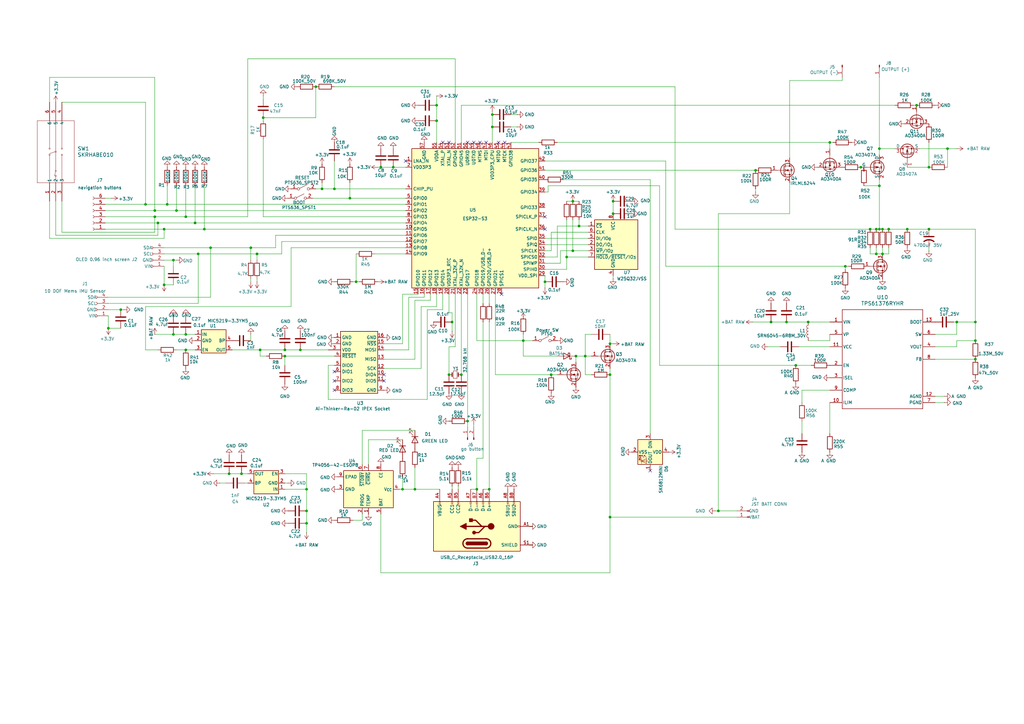
<source format=kicad_sch>
(kicad_sch (version 20250114) (generator "eeschema") (generator_version "9.0")
  (paper "A3")
  (junction (at 223.52 115.57))
  (junction (at 99.06 194.31))
  (junction (at 250.19 153.67))
  (junction (at 116.84 146.05))
  (junction (at 72.39 86.36))
  (junction (at 214.63 139.7))
  (junction (at 236.22 146.05))
  (junction (at 294.64 209.55))
  (junction (at 346.71 109.22))
  (junction (at 116.84 143.51))
  (junction (at 67.31 116.84))
  (junction (at 400.05 132.08))
  (junction (at 125.73 209.55))
  (junction (at 64.77 91.44))
  (junction (at 137.16 77.47))
  (junction (at 63.5 86.36))
  (junction (at 170.18 200.66))
  (junction (at 200.66 200.66))
  (junction (at 359.41 93.98))
  (junction (at 83.82 93.98))
  (junction (at 360.68 60.96))
  (junction (at 191.77 172.72))
  (junction (at 226.06 153.67))
  (junction (at 80.01 91.44))
  (junction (at 251.46 87.63))
  (junction (at 234.95 82.55))
  (junction (at 184.15 153.67))
  (junction (at 179.07 49.53))
  (junction (at 123.19 143.51))
  (junction (at 360.68 93.98))
  (junction (at 381 93.98))
  (junction (at 63.5 88.9))
  (junction (at 392.43 132.08))
  (junction (at 161.29 68.58))
  (junction (at 359.41 104.14))
  (junction (at 360.68 76.2))
  (junction (at 185.42 132.08))
  (junction (at 129.54 35.56))
  (junction (at 179.07 43.18))
  (junction (at 67.31 93.98))
  (junction (at 125.73 214.63))
  (junction (at 309.88 69.85))
  (junction (at 381 68.58))
  (junction (at 44.45 134.62))
  (junction (at 316.23 132.08))
  (junction (at 189.23 153.67))
  (junction (at 59.69 83.82))
  (junction (at 71.12 137.16))
  (junction (at 106.68 143.51))
  (junction (at 375.92 43.18))
  (junction (at 146.05 115.57))
  (junction (at 234.95 102.87))
  (junction (at 68.58 83.82))
  (junction (at 322.58 132.08))
  (junction (at 201.93 46.99))
  (junction (at 237.49 92.71))
  (junction (at 250.19 140.97))
  (junction (at 331.47 132.08))
  (junction (at 156.21 68.58))
  (junction (at 340.36 58.42))
  (junction (at 361.95 104.14))
  (junction (at 49.53 127))
  (junction (at 356.87 93.98))
  (junction (at 195.58 200.66))
  (junction (at 165.1 200.66))
  (junction (at 364.49 93.98))
  (junction (at 250.19 212.09))
  (junction (at 143.51 81.28))
  (junction (at 388.62 60.96))
  (junction (at 93.98 194.31))
  (junction (at 232.41 105.41))
  (junction (at 76.2 137.16))
  (junction (at 71.12 106.68))
  (junction (at 326.39 149.86))
  (junction (at 76.2 88.9))
  (junction (at 81.28 104.14))
  (junction (at 102.87 101.6))
  (junction (at 400.05 147.32))
  (junction (at 361.95 93.98))
  (junction (at 372.11 93.98))
  (junction (at 76.2 143.51))
  (junction (at 400.05 139.7))
  (junction (at 132.08 77.47))
  (junction (at 107.95 48.26))
  (junction (at 240.03 146.05))
  (junction (at 353.06 68.58))
  (junction (at 251.46 82.55))
  (junction (at 105.41 104.14))
  (junction (at 86.36 101.6))
  (junction (at 125.73 200.66))
  (junction (at 201.93 52.07))
  (no_connect (at 184.15 58.42))
  (no_connect (at 137.16 156.21))
  (no_connect (at 205.74 120.65))
  (no_connect (at 191.77 58.42))
  (no_connect (at 166.37 66.04))
  (no_connect (at 157.48 156.21))
  (no_connect (at 194.31 58.42))
  (no_connect (at 181.61 58.42))
  (no_connect (at 137.16 160.02))
  (no_connect (at 266.7 193.04))
  (no_connect (at 223.52 93.98))
  (no_connect (at 196.85 58.42))
  (no_connect (at 204.47 58.42))
  (no_connect (at 157.48 153.67))
  (no_connect (at 223.52 88.9))
  (no_connect (at 137.16 152.4))
  (no_connect (at 207.01 58.42))
  (no_connect (at 199.39 58.42))
  (wire (pts (xy 346.71 110.49) (xy 346.71 109.22)))
  (wire (pts (xy 251.46 82.55) (xy 251.46 87.63)))
  (wire (pts (xy 157.48 140.97) (xy 165.1 140.97)))
  (wire (pts (xy 214.63 139.7) (xy 218.44 139.7)))
  (wire (pts (xy 125.73 194.31) (xy 125.73 200.66)))
  (wire (pts (xy 64.77 91.44) (xy 80.01 91.44)))
  (wire (pts (xy 63.5 88.9) (xy 76.2 88.9)))
  (wire (pts (xy 217.17 215.9) (xy 218.44 215.9)))
  (wire (pts (xy 185.42 128.27) (xy 185.42 132.08)))
  (wire (pts (xy 189.23 43.18) (xy 189.23 58.42)))
  (wire (pts (xy 317.5 69.85) (xy 316.23 69.85)))
  (wire (pts (xy 323.85 87.63) (xy 294.64 87.63)))
  (wire (pts (xy 113.03 96.52) (xy 166.37 96.52)))
  (wire (pts (xy 175.26 127) (xy 175.26 163.83)))
  (wire (pts (xy 322.58 132.08) (xy 331.47 132.08)))
  (wire (pts (xy 360.68 73.66) (xy 360.68 76.2)))
  (wire (pts (xy 179.07 120.65) (xy 179.07 125.73)))
  (wire (pts (xy 71.12 106.68) (xy 71.12 109.22)))
  (wire (pts (xy 170.18 123.19) (xy 176.53 123.19)))
  (wire (pts (xy 167.64 143.51) (xy 167.64 121.92)))
  (wire (pts (xy 340.36 139.7) (xy 340.36 137.16)))
  (wire (pts (xy 134.62 143.51) (xy 123.19 143.51)))
  (wire (pts (xy 331.47 132.08) (xy 340.36 132.08)))
  (wire (pts (xy 400.05 93.98) (xy 400.05 132.08)))
  (wire (pts (xy 198.12 120.65) (xy 198.12 124.46)))
  (wire (pts (xy 128.27 81.28) (xy 143.51 81.28)))
  (wire (pts (xy 346.71 109.22) (xy 347.98 109.22)))
  (wire (pts (xy 129.54 48.26) (xy 107.95 48.26)))
  (wire (pts (xy 392.43 142.24) (xy 392.43 139.7)))
  (wire (pts (xy 107.95 40.64) (xy 107.95 39.37)))
  (wire (pts (xy 148.59 213.36) (xy 144.78 213.36)))
  (wire (pts (xy 101.6 24.13) (xy 186.69 24.13)))
  (wire (pts (xy 226.06 102.87) (xy 223.52 102.87)))
  (wire (pts (xy 83.82 93.98) (xy 166.37 93.98)))
  (wire (pts (xy 309.88 77.47) (xy 309.88 78.74)))
  (wire (pts (xy 220.98 58.42) (xy 209.55 58.42)))
  (wire (pts (xy 63.5 31.75) (xy 63.5 86.36)))
  (wire (pts (xy 270.51 76.2) (xy 270.51 149.86)))
  (wire (pts (xy 25.4 82.55) (xy 25.4 95.25)))
  (wire (pts (xy 179.07 125.73) (xy 172.72 125.73)))
  (wire (pts (xy 67.31 116.84) (xy 71.12 116.84)))
  (wire (pts (xy 179.07 39.37) (xy 179.07 43.18)))
  (wire (pts (xy 340.36 58.42) (xy 340.36 60.96)))
  (wire (pts (xy 203.2 153.67) (xy 203.2 120.65)))
  (wire (pts (xy 266.7 73.66) (xy 231.14 73.66)))
  (wire (pts (xy 229.87 107.95) (xy 223.52 107.95)))
  (wire (pts (xy 354.33 68.58) (xy 353.06 68.58)))
  (wire (pts (xy 25.4 41.91) (xy 59.69 41.91)))
  (wire (pts (xy 148.59 176.53) (xy 148.59 190.5)))
  (wire (pts (xy 361.95 104.14) (xy 364.49 104.14)))
  (wire (pts (xy 116.84 146.05) (xy 116.84 149.86)))
  (wire (pts (xy 71.12 106.68) (xy 67.31 106.68)))
  (wire (pts (xy 81.28 104.14) (xy 105.41 104.14)))
  (wire (pts (xy 44.45 127) (xy 49.53 127)))
  (wire (pts (xy 146.05 115.57) (xy 144.78 115.57)))
  (wire (pts (xy 372.11 68.58) (xy 381 68.58)))
  (wire (pts (xy 72.39 143.51) (xy 76.2 143.51)))
  (wire (pts (xy 102.87 115.57) (xy 102.87 114.3)))
  (wire (pts (xy 119.38 101.6) (xy 119.38 125.73)))
  (wire (pts (xy 229.87 102.87) (xy 229.87 107.95)))
  (wire (pts (xy 86.36 101.6) (xy 102.87 101.6)))
  (wire (pts (xy 113.03 101.6) (xy 113.03 96.52)))
  (wire (pts (xy 201.93 52.07) (xy 201.93 58.42)))
  (wire (pts (xy 392.43 132.08) (xy 400.05 132.08)))
  (wire (pts (xy 191.77 120.65) (xy 191.77 172.72)))
  (wire (pts (xy 64.77 96.52) (xy 64.77 91.44)))
  (wire (pts (xy 170.18 200.66) (xy 180.34 200.66)))
  (wire (pts (xy 147.32 115.57) (xy 146.05 115.57)))
  (wire (pts (xy 170.18 176.53) (xy 148.59 176.53)))
  (wire (pts (xy 59.69 83.82) (xy 68.58 83.82)))
  (wire (pts (xy 165.1 200.66) (xy 170.18 200.66)))
  (wire (pts (xy 223.52 69.85) (xy 309.88 69.85)))
  (wire (pts (xy 273.05 109.22) (xy 346.71 109.22)))
  (wire (pts (xy 67.31 93.98) (xy 83.82 93.98)))
  (wire (pts (xy 154.94 68.58) (xy 156.21 68.58)))
  (wire (pts (xy 179.07 58.42) (xy 179.07 49.53)))
  (wire (pts (xy 181.61 127) (xy 181.61 120.65)))
  (wire (pts (xy 99.06 194.31) (xy 101.6 194.31)))
  (wire (pts (xy 166.37 99.06) (xy 115.57 99.06)))
  (wire (pts (xy 67.31 97.79) (xy 67.31 93.98)))
  (wire (pts (xy 228.6 92.71) (xy 228.6 105.41)))
  (wire (pts (xy 185.42 200.66) (xy 185.42 199.39)))
  (wire (pts (xy 392.43 132.08) (xy 392.43 137.16)))
  (wire (pts (xy 59.69 125.73) (xy 59.69 143.51)))
  (wire (pts (xy 223.52 118.11) (xy 223.52 115.57)))
  (wire (pts (xy 327.66 142.24) (xy 340.36 142.24)))
  (wire (pts (xy 132.08 77.47) (xy 137.16 77.47)))
  (wire (pts (xy 137.16 77.47) (xy 166.37 77.47)))
  (wire (pts (xy 125.73 218.44) (xy 125.73 214.63)))
  (wire (pts (xy 237.49 90.17) (xy 237.49 92.71)))
  (wire (pts (xy 76.2 76.2) (xy 76.2 88.9)))
  (wire (pts (xy 187.96 200.66) (xy 187.96 199.39)))
  (wire (pts (xy 214.63 146.05) (xy 228.6 146.05)))
  (wire (pts (xy 67.31 109.22) (xy 67.31 116.84)))
  (wire (pts (xy 119.38 101.6) (xy 166.37 101.6)))
  (wire (pts (xy 68.58 83.82) (xy 166.37 83.82)))
  (wire (pts (xy 240.03 153.67) (xy 240.03 146.05)))
  (wire (pts (xy 184.15 142.24) (xy 186.69 142.24)))
  (wire (pts (xy 234.95 82.55) (xy 237.49 82.55)))
  (wire (pts (xy 294.64 209.55) (xy 293.37 209.55)))
  (wire (pts (xy 240.03 137.16) (xy 240.03 146.05)))
  (wire (pts (xy 392.43 139.7) (xy 400.05 139.7)))
  (wire (pts (xy 391.16 132.08) (xy 392.43 132.08)))
  (wire (pts (xy 316.23 132.08) (xy 322.58 132.08)))
  (wire (pts (xy 195.58 120.65) (xy 195.58 139.7)))
  (wire (pts (xy 20.32 41.91) (xy 20.32 31.75)))
  (wire (pts (xy 214.63 139.7) (xy 214.63 146.05)))
  (wire (pts (xy 224.79 76.2) (xy 270.51 76.2)))
  (wire (pts (xy 198.12 187.96) (xy 195.58 187.96)))
  (wire (pts (xy 294.64 87.63) (xy 294.64 209.55)))
  (wire (pts (xy 116.84 200.66) (xy 125.73 200.66)))
  (wire (pts (xy 345.44 33.02) (xy 345.44 31.75)))
  (wire (pts (xy 101.6 198.12) (xy 100.33 198.12)))
  (wire (pts (xy 167.64 121.92) (xy 173.99 121.92)))
  (wire (pts (xy 232.41 82.55) (xy 234.95 82.55)))
  (wire (pts (xy 50.8 127) (xy 49.53 127)))
  (wire (pts (xy 43.18 81.28) (xy 45.72 81.28)))
  (wire (pts (xy 173.99 121.92) (xy 173.99 120.65)))
  (wire (pts (xy 217.17 223.52) (xy 218.44 223.52)))
  (wire (pts (xy 316.23 132.08) (xy 308.61 132.08)))
  (wire (pts (xy 383.54 137.16) (xy 392.43 137.16)))
  (wire (pts (xy 71.12 137.16) (xy 76.2 137.16)))
  (wire (pts (xy 106.68 143.51) (xy 95.25 143.51)))
  (wire (pts (xy 105.41 104.14) (xy 115.57 104.14)))
  (wire (pts (xy 102.87 137.16) (xy 102.87 139.7)))
  (wire (pts (xy 223.52 110.49) (xy 232.41 110.49)))
  (wire (pts (xy 125.73 200.66) (xy 125.73 209.55)))
  (wire (pts (xy 228.6 105.41) (xy 223.52 105.41)))
  (wire (pts (xy 43.18 88.9) (xy 63.5 88.9)))
  (wire (pts (xy 359.41 104.14) (xy 361.95 104.14)))
  (wire (pts (xy 223.52 97.79) (xy 241.3 97.79)))
  (wire (pts (xy 201.93 46.99) (xy 201.93 52.07)))
  (wire (pts (xy 185.42 128.27) (xy 184.15 128.27)))
  (wire (pts (xy 67.31 101.6) (xy 86.36 101.6)))
  (wire (pts (xy 80.01 143.51) (xy 76.2 143.51)))
  (wire (pts (xy 132.08 74.93) (xy 132.08 77.47)))
  (wire (pts (xy 236.22 148.59) (xy 236.22 146.05)))
  (wire (pts (xy 80.01 91.44) (xy 166.37 91.44)))
  (wire (pts (xy 229.87 102.87) (xy 234.95 102.87)))
  (wire (pts (xy 186.69 120.65) (xy 186.69 142.24)))
  (wire (pts (xy 250.19 212.09) (xy 302.26 212.09)))
  (wire (pts (xy 179.07 43.18) (xy 179.07 49.53)))
  (wire (pts (xy 250.19 137.16) (xy 250.19 140.97)))
  (wire (pts (xy 237.49 92.71) (xy 228.6 92.71)))
  (wire (pts (xy 63.5 137.16) (xy 71.12 137.16)))
  (wire (pts (xy 101.6 24.13) (xy 101.6 88.9)))
  (wire (pts (xy 200.66 200.66) (xy 200.66 132.08)))
  (wire (pts (xy 234.95 90.17) (xy 234.95 102.87)))
  (wire (pts (xy 76.2 137.16) (xy 80.01 137.16)))
  (wire (pts (xy 157.48 143.51) (xy 167.64 143.51)))
  (wire (pts (xy 44.45 121.92) (xy 86.36 121.92)))
  (wire (pts (xy 323.85 33.02) (xy 323.85 64.77)))
  (wire (pts (xy 364.49 104.14) (xy 364.49 101.6)))
  (wire (pts (xy 195.58 200.66) (xy 193.04 200.66)))
  (wire (pts (xy 67.31 104.14) (xy 81.28 104.14)))
  (wire (pts (xy 129.54 77.47) (xy 132.08 77.47)))
  (wire (pts (xy 276.86 93.98) (xy 356.87 93.98)))
  (wire (pts (xy 242.57 153.67) (xy 240.03 153.67)))
  (wire (pts (xy 93.98 194.31) (xy 99.06 194.31)))
  (wire (pts (xy 228.6 58.42) (xy 340.36 58.42)))
  (wire (pts (xy 44.45 129.54) (xy 44.45 134.62)))
  (wire (pts (xy 360.68 93.98) (xy 359.41 93.98)))
  (wire (pts (xy 44.45 124.46) (xy 81.28 124.46)))
  (wire (pts (xy 172.72 151.13) (xy 157.48 151.13)))
  (wire (pts (xy 25.4 95.25) (xy 63.5 95.25)))
  (wire (pts (xy 361.95 93.98) (xy 364.49 93.98)))
  (wire (pts (xy 156.21 68.58) (xy 161.29 68.58)))
  (wire (pts (xy 153.67 104.14) (xy 166.37 104.14)))
  (wire (pts (xy 20.32 97.79) (xy 67.31 97.79)))
  (wire (pts (xy 186.69 58.42) (xy 186.69 24.13)))
  (wire (pts (xy 356.87 104.14) (xy 359.41 104.14)))
  (wire (pts (xy 83.82 76.2) (xy 83.82 93.98)))
  (wire (pts (xy 43.18 91.44) (xy 64.77 91.44)))
  (wire (pts (xy 214.63 137.16) (xy 214.63 139.7)))
  (wire (pts (xy 76.2 88.9) (xy 101.6 88.9)))
  (wire (pts (xy 212.09 52.07) (xy 209.55 52.07)))
  (wire (pts (xy 161.29 68.58) (xy 166.37 68.58)))
  (wire (pts (xy 201.93 45.72) (xy 201.93 46.99)))
  (wire (pts (xy 137.16 146.05) (xy 116.84 146.05)))
  (wire (pts (xy 240.03 146.05) (xy 242.57 146.05)))
  (wire (pts (xy 212.09 46.99) (xy 209.55 46.99)))
  (wire (pts (xy 22.86 96.52) (xy 64.77 96.52)))
  (wire (pts (xy 143.51 81.28) (xy 166.37 81.28)))
  (wire (pts (xy 326.39 149.86) (xy 332.74 149.86)))
  (wire (pts (xy 250.19 212.09) (xy 250.19 234.95)))
  (wire (pts (xy 251.46 114.3) (xy 251.46 113.03)))
  (wire (pts (xy 223.52 115.57) (xy 223.52 113.03)))
  (wire (pts (xy 72.39 86.36) (xy 166.37 86.36)))
  (wire (pts (xy 148.59 210.82) (xy 148.59 213.36)))
  (wire (pts (xy 59.69 41.91) (xy 59.69 83.82)))
  (wire (pts (xy 107.95 48.26) (xy 107.95 49.53)))
  (wire (pts (xy 270.51 149.86) (xy 326.39 149.86)))
  (wire (pts (xy 203.2 153.67) (xy 226.06 153.67)))
  (wire (pts (xy 200.66 200.66) (xy 198.12 200.66)))
  (wire (pts (xy 72.39 76.2) (xy 72.39 86.36)))
  (wire (pts (xy 184.15 128.27) (xy 184.15 120.65)))
  (wire (pts (xy 165.1 195.58) (xy 165.1 200.66)))
  (wire (pts (xy 86.36 101.6) (xy 86.36 121.92)))
  (wire (pts (xy 242.57 137.16) (xy 240.03 137.16)))
  (wire (pts (xy 360.68 60.96) (xy 360.68 63.5)))
  (wire (pts (xy 392.43 60.96) (xy 388.62 60.96)))
  (wire (pts (xy 125.73 209.55) (xy 125.73 214.63)))
  (wire (pts (xy 226.06 95.25) (xy 226.06 102.87)))
  (wire (pts (xy 374.65 43.18) (xy 375.92 43.18)))
  (wire (pts (xy 87.63 194.31) (xy 93.98 194.31)))
  (wire (pts (xy 119.38 125.73) (xy 59.69 125.73)))
  (wire (pts (xy 383.54 162.56) (xy 387.35 162.56)))
  (wire (pts (xy 250.19 140.97) (xy 251.46 140.97)))
  (wire (pts (xy 236.22 146.05) (xy 240.03 146.05)))
  (wire (pts (xy 359.41 93.98) (xy 356.87 93.98)))
  (wire (pts (xy 354.33 109.22) (xy 355.6 109.22)))
  (wire (pts (xy 143.51 74.93) (xy 143.51 81.28)))
  (wire (pts (xy 116.84 198.12) (xy 118.11 198.12)))
  (wire (pts (xy 20.32 31.75) (xy 63.5 31.75)))
  (wire (pts (xy 331.47 139.7) (xy 340.36 139.7)))
  (wire (pts (xy 44.45 134.62) (xy 49.53 134.62)))
  (wire (pts (xy 175.26 127) (xy 181.61 127)))
  (wire (pts (xy 266.7 73.66) (xy 266.7 177.8)))
  (wire (pts (xy 129.54 35.56) (xy 129.54 48.26)))
  (wire (pts (xy 232.41 105.41) (xy 232.41 110.49)))
  (wire (pts (xy 68.58 76.2) (xy 68.58 83.82)))
  (wire (pts (xy 356.87 104.14) (xy 356.87 101.6)))
  (wire (pts (xy 381 93.98) (xy 400.05 93.98)))
  (wire (pts (xy 166.37 88.9) (xy 107.95 88.9)))
  (wire (pts (xy 123.19 143.51) (xy 116.84 143.51)))
  (wire (pts (xy 232.41 90.17) (xy 232.41 105.41)))
  (wire (pts (xy 170.18 191.77) (xy 170.18 200.66)))
  (wire (pts (xy 223.52 100.33) (xy 241.3 100.33)))
  (wire (pts (xy 388.62 60.96) (xy 388.62 68.58)))
  (wire (pts (xy 364.49 93.98) (xy 372.11 93.98)))
  (wire (pts (xy 107.95 57.15) (xy 107.95 88.9)))
  (wire (pts (xy 194.31 173.99) (xy 194.31 175.26)))
  (wire (pts (xy 195.58 139.7) (xy 214.63 139.7)))
  (wire (pts (xy 273.05 66.04) (xy 223.52 66.04)))
  (wire (pts (xy 340.36 160.02) (xy 328.93 160.02)))
  (wire (pts (xy 241.3 95.25) (xy 226.06 95.25)))
  (wire (pts (xy 383.54 142.24) (xy 392.43 142.24)))
  (wire (pts (xy 81.28 104.14) (xy 81.28 124.46)))
  (wire (pts (xy 360.68 31.75) (xy 360.68 60.96)))
  (wire (pts (xy 163.83 200.66) (xy 165.1 200.66)))
  (wire (pts (xy 383.54 147.32) (xy 400.05 147.32)))
  (wire (pts (xy 43.18 86.36) (xy 63.5 86.36)))
  (wire (pts (xy 328.93 160.02) (xy 328.93 165.1)))
  (wire (pts (xy 241.3 92.71) (xy 237.49 92.71)))
  (wire (pts (xy 185.42 132.08) (xy 185.42 135.89)))
  (wire (pts (xy 20.32 82.55) (xy 20.32 97.79)))
  (wire (pts (xy 175.26 163.83) (xy 134.62 163.83)))
  (wire (pts (xy 59.69 143.51) (xy 64.77 143.51)))
  (wire (pts (xy 165.1 120.65) (xy 171.45 120.65)))
  (wire (pts (xy 372.11 93.98) (xy 381 93.98)))
  (wire (pts (xy 400.05 132.08) (xy 400.05 139.7)))
  (wire (pts (xy 22.86 82.55) (xy 22.86 96.52)))
  (wire (pts (xy 345.44 33.02) (xy 323.85 33.02)))
  (wire (pts (xy 381 101.6) (xy 381 102.87)))
  (wire (pts (xy 170.18 147.32) (xy 170.18 123.19)))
  (wire (pts (xy 72.39 106.68) (xy 71.12 106.68)))
  (wire (pts (xy 294.64 209.55) (xy 302.26 209.55)))
  (wire (pts (xy 273.05 66.04) (xy 273.05 109.22)))
  (wire (pts (xy 43.18 93.98) (xy 67.31 93.98)))
  (wire (pts (xy 90.17 198.12) (xy 92.71 198.12)))
  (wire (pts (xy 361.95 93.98) (xy 360.68 93.98)))
  (wire (pts (xy 43.18 83.82) (xy 59.69 83.82)))
  (wire (pts (xy 250.19 153.67) (xy 250.19 212.09)))
  (wire (pts (xy 63.5 95.25) (xy 63.5 88.9)))
  (wire (pts (xy 156.21 234.95) (xy 156.21 210.82)))
  (wire (pts (xy 137.16 149.86) (xy 134.62 149.86)))
  (wire (pts (xy 360.68 60.96) (xy 367.03 60.96)))
  (wire (pts (xy 137.16 35.56) (xy 276.86 35.56)))
  (wire (pts (xy 189.23 120.65) (xy 189.23 153.67)))
  (wire (pts (xy 102.87 101.6) (xy 113.03 101.6)))
  (wire (pts (xy 323.85 74.93) (xy 323.85 87.63)))
  (wire (pts (xy 250.19 151.13) (xy 250.19 153.67)))
  (wire (pts (xy 106.68 146.05) (xy 106.68 143.51)))
  (wire (pts (xy 234.95 102.87) (xy 241.3 102.87)))
  (wire (pts (xy 381 58.42) (xy 381 68.58)))
  (wire (pts (xy 360.68 76.2) (xy 360.68 93.98)))
  (wire (pts (xy 276.86 35.56) (xy 276.86 93.98)))
  (wire (pts (xy 224.79 76.2) (xy 224.79 78.74)))
  (wire (pts (xy 105.41 114.3) (xy 105.41 115.57)))
  (wire (pts (xy 116.84 143.51) (xy 106.68 143.51)))
  (wire (pts (xy 340.36 165.1) (xy 340.36 177.8)))
  (wire (pts (xy 165.1 180.34) (xy 151.13 180.34)))
  (wire (pts (xy 341.63 58.42) (xy 340.36 58.42)))
  (wire (pts (xy 116.84 194.31) (xy 125.73 194.31)))
  (wire (pts (xy 314.96 142.24) (xy 320.04 142.24)))
  (wire (pts (xy 176.53 123.19) (xy 176.53 120.65)))
  (wire (pts (xy 184.15 142.24) (xy 184.15 153.67)))
  (wire (pts (xy 328.93 177.8) (xy 328.93 172.72)))
  (wire (pts (xy 195.58 187.96) (xy 195.58 200.66)))
  (wire (pts (xy 354.33 76.2) (xy 360.68 76.2)))
  (wire (pts (xy 200.66 124.46) (xy 200.66 120.65)))
  (wire (pts (xy 228.6 153.67) (xy 226.06 153.67)))
  (wire (pts (xy 214.63 130.81) (xy 214.63 129.54)))
  (wire (pts (xy 80.01 76.2) (xy 80.01 91.44)))
  (wire (pts (xy 165.1 140.97) (xy 165.1 120.65)))
  (wire (pts (xy 377.19 60.96) (xy 388.62 60.96)))
  (wire (pts (xy 63.5 86.36) (xy 72.39 86.36)))
  (wire (pts (xy 172.72 125.73) (xy 172.72 151.13)))
  (wire (pts (xy 156.21 234.95) (xy 250.19 234.95)))
  (wire (pts (xy 189.23 43.18) (xy 367.03 43.18)))
  (wire (pts (xy 224.79 78.74) (xy 223.52 78.74)))
  (wire (pts (xy 361.95 104.14) (xy 361.95 101.6)))
  (wire (pts (xy 102.87 101.6) (xy 102.87 106.68)))
  (wire (pts (xy 191.77 172.72) (xy 191.77 175.26)))
  (wire (pts (xy 151.13 180.34) (xy 151.13 190.5)))
  (wire (pts (xy 359.41 104.14) (xy 359.41 101.6)))
  (wire (pts (xy 115.57 99.06) (xy 115.57 104.14)))
  (wire (pts (xy 198.12 132.08) (xy 198.12 187.96)))
  (wire (pts (xy 146.05 104.14) (xy 146.05 115.57)))
  (wire (pts (xy 109.22 146.05) (xy 106.68 146.05)))
  (wire (pts (xy 383.54 165.1) (xy 387.35 165.1)))
  (wire (pts (xy 232.41 105.41) (xy 241.3 105.41)))
  (wire (pts (xy 105.41 104.14) (xy 105.41 106.68)))
  (wire (pts (xy 134.62 149.86) (xy 134.62 163.83)))
  (wire (pts (xy 157.48 147.32) (xy 170.18 147.32)))
  (wire (pts (xy 137.16 66.04) (xy 137.16 77.47)))
  (symbol (lib_id "Battery_Management:TP4056-42-ESOP8") (at 151.13 200.66 270) (unit 1)
    (property "Reference" "U4" (at 143.002 188.976 90) (effects (justify left)))
    (property "Value" "TP4056-42-ESOP8" (at 128.016 190.754 90) (effects (justify left)))
    (property "Footprint" "Package_SO:SOIC-8-1EP_3.9x4.9mm_P1.27mm_EP2.41x3.3mm_ThermalVias" (effects (hide yes)))
    (property "Datasheet" "https://www.lcsc.com/datasheet/lcsc_datasheet_2410121619_TOPPOWER-Nanjing-Extension-Microelectronics-TP4056-42-ESOP8_C16581.pdf" (effects (hide yes)))
    (property "Description" "1A Standalone Linear Li-ion/LiPo single-cell battery charger, 4.2V ±1% charge voltage, VCC = 4.0..8.0V, SOIC-8 (SOP-8)" (effects (hide yes)))
  )
  (symbol (lib_id "Device:C") (at 316.23 128.27 180) (unit 1)
    (property "Reference" "C20" (at 309.88 127.508 0) (effects (justify right)))
    (property "Value" "10uF" (at 309.118 129.54 0) (effects (justify right)))
    (property "Footprint" "Capacitor_SMD:C_0402_1005Metric" (effects (hide yes)))
    (property "Description" "Unpolarized capacitor" (effects (hide yes)))
  )
  (symbol (lib_name "Q_NMOS_GSD_1") (lib_id "Transistor_FET:Q_NMOS_GSD") (at 233.68 153.67 0) (unit 1)
    (property "Reference" "Q2" (at 228.346 149.606 0) (effects (justify left)))
    (property "Value" "AO3400A" (at 224.282 151.638 0) (effects (justify left)))
    (property "Footprint" "Package_TO_SOT_SMD:SOT-23" (effects (hide yes)))
    (property "Description" "N-MOSFET transistor, gate/source/drain" (effects (hide yes)))
  )
  (symbol (lib_id "Device:R") (at 102.87 110.49 0) (unit 1)
    (property "Reference" "R4" (at 100.076 108.712 0))
    (property "Value" "4.7K" (at 99.568 112.268 0))
    (property "Footprint" "Resistor_SMD:R_0402_1005Metric" (effects (hide yes)))
    (property "Description" "Resistor" (effects (hide yes)))
  )
  (symbol (lib_id "Device:R") (at 224.79 58.42 90) (unit 1)
    (property "Reference" "R33" (at 224.79 62.738 90))
    (property "Value" "1k" (at 224.536 60.452 90))
    (property "Footprint" "Resistor_SMD:R_0402_1005Metric" (effects (hide yes)))
    (property "Description" "Resistor" (effects (hide yes)))
  )
  (symbol (lib_id "power:GND") (at 381 102.87 0) (unit 1)
    (property "Reference" "#PWR079" (effects (hide yes)))
    (property "Value" "GND" (at 380.492 106.68 0))
    (property "Description" "Power symbol creates a global label with name \"GND\" , ground" (effects (hide yes)))
  )
  (symbol (lib_id "Device:R") (at 125.73 35.56 270) (unit 1)
    (property "Reference" "R20" (at 125.222 31.496 90))
    (property "Value" "100K_50V" (at 124.714 33.274 90))
    (property "Footprint" "Resistor_SMD:R_0805_2012Metric" (effects (hide yes)))
    (property "Description" "Resistor" (effects (hide yes)))
  )
  (symbol (lib_id "Device:R") (at 185.42 195.58 180) (unit 1)
    (property "Reference" "R14" (at 182.118 194.31 0))
    (property "Value" "5.1k" (at 182.118 196.342 0))
    (property "Footprint" "Resistor_SMD:R_0402_1005Metric" (effects (hide yes)))
    (property "Description" "Resistor" (effects (hide yes)))
  )
  (symbol (lib_id "Connector:Conn_01x06_Socket") (at 38.1 88.9 180) (unit 1)
    (property "Reference" "J7" (at 40.894 73.914 0))
    (property "Value" "navigation buttons" (at 40.894 76.962 0))
    (property "Footprint" "Connector_JST:JST_GH_BM06B-GHS-TBT_1x06-1MP_P1.25mm_Vertical" (effects (hide yes)))
    (property "Description" "Generic connector, single row, 01x06, script generated" (effects (hide yes)))
  )
  (symbol (lib_id "Device:R") (at 237.49 86.36 180) (unit 1)
    (property "Reference" "R50" (at 240.538 86.614 0))
    (property "Value" "10K" (effects (hide yes)))
    (property "Footprint" "Resistor_SMD:R_0402_1005Metric" (effects (hide yes)))
    (property "Description" "Resistor" (effects (hide yes)))
  )
  (symbol (lib_id "Device:C") (at 99.06 190.5 180) (unit 1)
    (property "Reference" "C24" (at 103.378 188.722 0) (effects (justify right)))
    (property "Value" "0.1uf" (at 102.616 191.008 0) (effects (justify right)))
    (property "Footprint" "Capacitor_SMD:C_0402_1005Metric" (effects (hide yes)))
    (property "Description" "Unpolarized capacitor" (effects (hide yes)))
  )
  (symbol (lib_id "Device:R") (at 372.11 97.79 180) (unit 1)
    (property "Reference" "R36" (at 369.062 97.282 0))
    (property "Value" "50K" (at 369.062 99.314 0))
    (property "Footprint" "Resistor_SMD:R_0805_2012Metric" (effects (hide yes)))
    (property "Description" "Resistor" (effects (hide yes)))
  )
  (symbol (lib_id "power:GND") (at 72.39 106.68 90) (unit 1)
    (property "Reference" "#PWR09" (effects (hide yes)))
    (property "Value" "GND" (at 74.93 106.934 90) (effects (justify right)))
    (property "Description" "Power symbol creates a global label with name \"GND\" , ground" (effects (hide yes)))
  )
  (symbol (lib_id "Device:R") (at 170.18 187.96 0) (unit 1)
    (property "Reference" "R13" (at 173.228 186.69 0))
    (property "Value" "1k" (at 172.974 188.722 0))
    (property "Footprint" "Resistor_SMD:R_0402_1005Metric" (effects (hide yes)))
    (property "Description" "Resistor" (effects (hide yes)))
  )
  (symbol (lib_id "power:GND") (at 259.08 82.55 90) (unit 1)
    (property "Reference" "#PWR0103" (effects (hide yes)))
    (property "Value" "GND" (at 262.636 82.296 90) (effects (justify right)))
    (property "Description" "Power symbol creates a global label with name \"GND\" , ground" (effects (hide yes)))
  )
  (symbol (lib_id "power:GND") (at 177.8 132.08 0) (unit 1)
    (property "Reference" "#PWR045" (effects (hide yes)))
    (property "Value" "GND" (at 177.292 136.144 0))
    (property "Description" "Power symbol creates a global label with name \"GND\" , ground" (effects (hide yes)))
  )
  (symbol (lib_id "power:GND") (at 116.84 157.48 0) (unit 1)
    (property "Reference" "#PWR021" (effects (hide yes)))
    (property "Value" "GND" (at 116.84 162.56 0))
    (property "Description" "Power symbol creates a global label with name \"GND\" , ground" (effects (hide yes)))
  )
  (symbol (lib_id "power:GND") (at 210.82 200.66 180) (unit 1)
    (property "Reference" "#PWR098" (effects (hide yes)))
    (property "Value" "GND" (at 210.82 195.58 90))
    (property "Description" "Power symbol creates a global label with name \"GND\" , ground" (effects (hide yes)))
  )
  (symbol (lib_id "power:GND") (at 156.21 60.96 180) (unit 1)
    (property "Reference" "#PWR040" (effects (hide yes)))
    (property "Value" "GND" (at 154.686 56.642 0) (effects (justify right)))
    (property "Description" "Power symbol creates a global label with name \"GND\" , ground" (effects (hide yes)))
  )
  (symbol (lib_id "LED:SK6812MINI") (at 266.7 185.42 270) (unit 1)
    (property "Reference" "D6" (at 273.304 192.278 0))
    (property "Value" "SK6812MINI" (at 271.018 196.596 0))
    (property "Footprint" "LED_SMD:LED_SK6812MINI_PLCC4_3.5x3.5mm_P1.75mm" (effects (hide yes)))
    (property "Datasheet" "https://cdn-shop.adafruit.com/product-files/2686/SK6812MINI_REV.01-1-2.pdf" (effects (hide yes)))
    (property "Description" "RGB LED with integrated controller" (effects (hide yes)))
  )
  (symbol (lib_id "Device:C") (at 181.61 132.08 270) (unit 1)
    (property "Reference" "C10" (at 183.642 135.636 90) (effects (justify right)))
    (property "Value" "0.1uf" (at 184.15 128.778 90) (effects (justify right)))
    (property "Footprint" "Capacitor_SMD:C_0402_1005Metric" (effects (hide yes)))
    (property "Description" "Unpolarized capacitor" (effects (hide yes)))
  )
  (symbol (lib_id "Device:C") (at 71.12 133.35 180) (unit 1)
    (property "Reference" "C26" (at 65.024 131.064 0) (effects (justify right)))
    (property "Value" "4.7uf" (at 63.754 133.096 0) (effects (justify right)))
    (property "Footprint" "Capacitor_SMD:C_0402_1005Metric" (effects (hide yes)))
    (property "Description" "Unpolarized capacitor" (effects (hide yes)))
  )
  (symbol (lib_id "power:GND") (at 212.09 46.99 90) (unit 1)
    (property "Reference" "#PWR051" (effects (hide yes)))
    (property "Value" "GND" (at 217.17 46.99 90))
    (property "Description" "Power symbol creates a global label with name \"GND\" , ground" (effects (hide yes)))
  )
  (symbol (lib_id "Device:R") (at 234.95 86.36 180) (unit 1)
    (property "Reference" "R25" (at 240.538 84.836 0))
    (property "Value" "10K" (effects (hide yes)))
    (property "Footprint" "Resistor_SMD:R_0402_1005Metric" (effects (hide yes)))
    (property "Description" "Resistor" (effects (hide yes)))
  )
  (symbol (lib_id "power:GND") (at 314.96 142.24 270) (unit 1)
    (property "Reference" "#PWR0109" (effects (hide yes)))
    (property "Value" "GND" (at 309.626 141.986 90))
    (property "Description" "Power symbol creates a global label with name \"GND\" , ground" (effects (hide yes)))
  )
  (symbol (lib_id "power:GND") (at 76.2 68.58 180) (unit 1)
    (property "Reference" "#PWR017" (effects (hide yes)))
    (property "Value" "GND" (at 74.422 65.278 0) (effects (justify right)))
    (property "Description" "Power symbol creates a global label with name \"GND\" , ground" (effects (hide yes)))
  )
  (symbol (lib_id "Connector:Conn_01x01_Pin") (at 345.44 26.67 270) (unit 1)
    (property "Reference" "J5" (at 340.106 27.432 90) (effects (justify left)))
    (property "Value" "OUTPUT (-)" (at 332.232 29.718 90) (effects (justify left)))
    (property "Footprint" "TestPoint:TestPoint_Pad_D3.0mm" (effects (hide yes)))
    (property "Description" "Generic connector, single row, 01x01, script generated" (effects (hide yes)))
  )
  (symbol (lib_id "power:GND") (at 212.09 52.07 90) (unit 1)
    (property "Reference" "#PWR052" (effects (hide yes)))
    (property "Value" "GND" (at 217.17 52.07 90))
    (property "Description" "Power symbol creates a global label with name \"GND\" , ground" (effects (hide yes)))
  )
  (symbol (lib_id "power:GND") (at 171.45 43.18 270) (unit 1)
    (property "Reference" "#PWR0104" (effects (hide yes)))
    (property "Value" "GND" (at 166.37 43.18 90))
    (property "Description" "Power symbol creates a global label with name \"GND\" , ground" (effects (hide yes)))
  )
  (symbol (lib_id "Device:R") (at 364.49 97.79 0) (unit 1)
    (property "Reference" "R35" (at 353.568 101.092 0))
    (property "Value" "91R" (at 349.758 98.298 0))
    (property "Footprint" "Resistor_SMD:R_0603_1608Metric" (effects (hide yes)))
    (property "Description" "Resistor" (effects (hide yes)))
  )
  (symbol (lib_id "power:+BATT") (at 308.61 132.08 90) (unit 1)
    (property "Reference" "#PWR084" (effects (hide yes)))
    (property "Value" "+BAT RAW" (at 305.562 132.08 90) (effects (justify left)))
    (property "Description" "Power symbol creates a global label with name \"+BATT\"" (effects (hide yes)))
  )
  (symbol (lib_id "Device:C") (at 184.15 157.48 0) (unit 1)
    (property "Reference" "C11" (at 182.118 159.512 0) (effects (justify right)))
    (property "Value" "12.5pF" (at 182.626 161.544 0) (effects (justify right)))
    (property "Footprint" "Capacitor_SMD:C_0402_1005Metric" (effects (hide yes)))
    (property "Description" "Unpolarized capacitor" (effects (hide yes)))
  )
  (symbol (lib_id "power:+3.3V") (at 87.63 194.31 90) (unit 1)
    (property "Reference" "#PWR016" (effects (hide yes)))
    (property "Value" "+3.3V" (at 81.788 194.31 90))
    (property "Description" "Power symbol creates a global label with name \"+3.3V\"" (effects (hide yes)))
  )
  (symbol (lib_id "Connector:USB_C_Receptacle_USB2.0_16P") (at 195.58 215.9 90) (unit 1)
    (property "Reference" "J3" (at 195.072 231.14 90))
    (property "Value" "USB_C_Receptacle_USB2.0_16P" (at 195.58 228.6 90))
    (property "Footprint" "Connector_USB:USB_C_Receptacle_HRO_TYPE-C-31-M-12" (effects (hide yes)))
    (property "Datasheet" "https://www.usb.org/sites/default/files/documents/usb_type-c.zip" (effects (hide yes)))
    (property "Description" "USB 2.0-only 16P Type-C Receptacle connector" (effects (hide yes)))
  )
  (symbol (lib_id "Device:R") (at 400.05 151.13 180) (unit 1)
    (property "Reference" "R38" (at 403.606 150.368 0))
    (property "Value" "47k_50V" (at 405.384 152.908 0))
    (property "Footprint" "Resistor_SMD:R_0805_2012Metric" (effects (hide yes)))
    (property "Description" "Resistor" (effects (hide yes)))
  )
  (symbol (lib_id "power:GND") (at 346.71 118.11 0) (unit 1)
    (property "Reference" "#PWR072" (effects (hide yes)))
    (property "Value" "GND" (at 346.71 122.174 0))
    (property "Description" "Power symbol creates a global label with name \"GND\" , ground" (effects (hide yes)))
  )
  (symbol (lib_id "power:GNDA") (at 326.39 157.48 0) (unit 1)
    (property "Reference" "#PWR011" (effects (hide yes)))
    (property "Value" "A GND" (at 327.914 161.036 0) (effects (justify right)))
    (property "Description" "Power symbol creates a global label with name \"GNDA\" , analog ground" (effects (hide yes)))
  )
  (symbol (lib_id "Switch:SW_SPST") (at 123.19 81.28 0) (unit 1)
    (property "Reference" "PTS636_SPST1" (at 122.682 85.09 0))
    (property "Value" "BOOT" (at 122.682 83.058 0))
    (property "Footprint" "Button_Switch_SMD:SW_Tactile_SPST_NO_Straight_CK_PTS636Sx25SMTRLFS" (effects (hide yes)))
    (property "Description" "Single Pole Single Throw (SPST) switch" (effects (hide yes)))
  )
  (symbol (lib_id "power:+3.3V") (at 67.31 116.84 180) (unit 1)
    (property "Reference" "#PWR07" (effects (hide yes)))
    (property "Value" "+3.3V" (at 62.484 117.602 0))
    (property "Description" "Power symbol creates a global label with name \"+3.3V\"" (effects (hide yes)))
  )
  (symbol (lib_id "power:GND") (at 340.36 154.94 270) (unit 1)
    (property "Reference" "#PWR0110" (effects (hide yes)))
    (property "Value" "GND" (at 335.026 154.686 90))
    (property "Description" "Power symbol creates a global label with name \"GND\" , ground" (effects (hide yes)))
  )
  (symbol (lib_id "Device:R") (at 345.44 58.42 270) (unit 1)
    (property "Reference" "R47" (at 345.44 54.102 90))
    (property "Value" "100K" (at 345.694 56.388 90))
    (property "Footprint" "Resistor_SMD:R_0402_1005Metric" (effects (hide yes)))
    (property "Description" "Resistor" (effects (hide yes)))
  )
  (symbol (lib_id "power:GND") (at 118.11 209.55 270) (unit 1)
    (property "Reference" "#PWR087" (effects (hide yes)))
    (property "Value" "GND" (at 115.062 209.55 90) (effects (justify right)))
    (property "Description" "Power symbol creates a global label with name \"GND\" , ground" (effects (hide yes)))
  )
  (symbol (lib_id "Device:C") (at 323.85 142.24 90) (unit 1)
    (property "Reference" "C34" (at 322.326 145.796 90) (effects (justify right)))
    (property "Value" "1uf" (at 322.834 147.32 90) (effects (justify right)))
    (property "Footprint" "Capacitor_SMD:C_0402_1005Metric" (effects (hide yes)))
    (property "Description" "Unpolarized capacitor" (effects (hide yes)))
  )
  (symbol (lib_id "power:GNDA") (at 328.93 185.42 0) (unit 1)
    (property "Reference" "#PWR06" (effects (hide yes)))
    (property "Value" "A GND" (at 331.978 188.976 0) (effects (justify right)))
    (property "Description" "Power symbol creates a global label with name \"GNDA\" , analog ground" (effects (hide yes)))
  )
  (symbol (lib_id "Device:R") (at 361.95 97.79 0) (unit 1)
    (property "Reference" "R34" (at 353.568 99.314 0))
    (property "Value" "91R" (effects (hide yes)))
    (property "Footprint" "Resistor_SMD:R_0603_1608Metric" (effects (hide yes)))
    (property "Description" "Resistor" (effects (hide yes)))
  )
  (symbol (lib_id "power:GND") (at 72.39 68.58 180) (unit 1)
    (property "Reference" "#PWR014" (effects (hide yes)))
    (property "Value" "GND" (at 70.866 64.262 0) (effects (justify right)))
    (property "Description" "Power symbol creates a global label with name \"GND\" , ground" (effects (hide yes)))
  )
  (symbol (lib_id "Device:C") (at 49.53 130.81 180) (unit 1)
    (property "Reference" "C1" (at 52.324 131.572 0) (effects (justify right)))
    (property "Value" "0.1uF" (at 50.8 133.35 0) (effects (justify right)))
    (property "Footprint" "Capacitor_SMD:C_0402_1005Metric" (effects (hide yes)))
    (property "Description" "Unpolarized capacitor" (effects (hide yes)))
  )
  (symbol (lib_id "power:GND") (at 161.29 60.96 180) (unit 1)
    (property "Reference" "#PWR044" (effects (hide yes)))
    (property "Value" "GND" (at 159.512 56.642 0) (effects (justify right)))
    (property "Description" "Power symbol creates a global label with name \"GND\" , ground" (effects (hide yes)))
  )
  (symbol (lib_id "Device:R") (at 326.39 153.67 0) (unit 1)
    (property "Reference" "R40" (at 323.342 154.178 0))
    (property "Value" "100K" (at 322.58 152.4 0))
    (property "Footprint" "Resistor_SMD:R_0402_1005Metric" (effects (hide yes)))
    (property "Description" "Resistor" (effects (hide yes)))
  )
  (symbol (lib_id "power:GND") (at 370.84 50.8 270) (unit 1)
    (property "Reference" "#PWR071" (effects (hide yes)))
    (property "Value" "GND" (at 366.522 50.8 90))
    (property "Description" "Power symbol creates a global label with name \"GND\" , ground" (effects (hide yes)))
  )
  (symbol (lib_id "power:GND") (at 99.06 186.69 180) (unit 1)
    (property "Reference" "#PWR088" (effects (hide yes)))
    (property "Value" "GND" (at 97.536 182.626 0) (effects (justify right)))
    (property "Description" "Power symbol creates a global label with name \"GND\" , ground" (effects (hide yes)))
  )
  (symbol (lib_id "Device:C") (at 76.2 133.35 180) (unit 1)
    (property "Reference" "C27" (at 78.486 130.81 0) (effects (justify right)))
    (property "Value" "0.1uf" (at 79.248 133.35 0) (effects (justify right)))
    (property "Footprint" "Capacitor_SMD:C_0402_1005Metric" (effects (hide yes)))
    (property "Description" "Unpolarized capacitor" (effects (hide yes)))
  )
  (symbol (lib_id "Device:R") (at 349.25 68.58 90) (unit 1)
    (property "Reference" "R54" (at 347.98 64.516 90))
    (property "Value" "100R" (at 348.488 66.548 90))
    (property "Footprint" "Resistor_SMD:R_0402_1005Metric" (effects (hide yes)))
    (property "Description" "Resistor" (effects (hide yes)))
  )
  (symbol (lib_id "power:+3.3V") (at 194.31 173.99 0) (unit 1)
    (property "Reference" "#PWR095" (effects (hide yes)))
    (property "Value" "+3.3V" (at 194.31 170.688 0))
    (property "Description" "Power symbol creates a global label with name \"+3.3V\"" (effects (hide yes)))
  )
  (symbol (lib_id "power:GND") (at 157.48 138.43 90) (unit 1)
    (property "Reference" "#PWR042" (effects (hide yes)))
    (property "Value" "GND" (at 162.56 138.684 90))
    (property "Description" "Power symbol creates a global label with name \"GND\" , ground" (effects (hide yes)))
  )
  (symbol (lib_id "Device:R") (at 214.63 133.35 0) (unit 1)
    (property "Reference" "R16" (at 211.328 132.588 0))
    (property "Value" "100K" (at 210.82 135.128 0))
    (property "Footprint" "Resistor_SMD:R_0402_1005Metric" (effects (hide yes)))
    (property "Description" "Resistor" (effects (hide yes)))
  )
  (symbol (lib_id "Device:R") (at 381 54.61 180) (unit 1)
    (property "Reference" "R30" (at 384.048 53.594 0))
    (property "Value" "100R" (at 384.81 55.626 0))
    (property "Footprint" "Resistor_SMD:R_0402_1005Metric" (effects (hide yes)))
    (property "Description" "Resistor" (effects (hide yes)))
  )
  (symbol (lib_id "power:GND") (at 76.2 129.54 180) (unit 1)
    (property "Reference" "#PWR092" (effects (hide yes)))
    (property "Value" "GND" (at 74.422 129.286 0) (effects (justify right)))
    (property "Description" "Power symbol creates a global label with name \"GND\" , ground" (effects (hide yes)))
  )
  (symbol (lib_id "power:GND") (at 107.95 39.37 180) (unit 1)
    (property "Reference" "#PWR054" (effects (hide yes)))
    (property "Value" "GND" (at 108.458 35.56 0))
    (property "Description" "Power symbol creates a global label with name \"GND\" , ground" (effects (hide yes)))
  )
  (symbol (lib_id "power:GND") (at 236.22 158.75 0) (unit 1)
    (property "Reference" "#PWR065" (effects (hide yes)))
    (property "Value" "GND" (at 238.252 162.814 0) (effects (justify right)))
    (property "Description" "Power symbol creates a global label with name \"GND\" , ground" (effects (hide yes)))
  )
  (symbol (lib_name "Q_PMOS_GSD_1") (lib_id "Transistor_FET:Q_PMOS_GSD") (at 247.65 146.05 0) (unit 1)
    (property "Reference" "Q3" (at 252.476 145.288 0) (effects (justify left)))
    (property "Value" "AO3407A" (at 252.476 147.828 0) (effects (justify left)))
    (property "Footprint" "Package_TO_SOT_SMD:SOT-23" (effects (hide yes)))
    (property "Description" "P-MOSFET transistor, gate/source/drain" (effects (hide yes)))
  )
  (symbol (lib_id "power:GND") (at 208.28 200.66 180) (unit 1)
    (property "Reference" "#PWR099" (effects (hide yes)))
    (property "Value" "GND" (at 208.28 195.58 90))
    (property "Description" "Power symbol creates a global label with name \"GND\" , ground" (effects (hide yes)))
  )
  (symbol (lib_id "power:+3.3V") (at 214.63 130.81 0) (unit 1)
    (property "Reference" "#PWR055" (effects (hide yes)))
    (property "Value" "+3.3V" (at 214.63 127.508 0))
    (property "Description" "Power symbol creates a global label with name \"+3.3V\"" (effects (hide yes)))
  )
  (symbol (lib_id "Device:C") (at 227.33 115.57 90) (unit 1)
    (property "Reference" "C16" (at 225.298 112.014 90) (effects (justify right)))
    (property "Value" "0.1uf" (at 224.79 118.872 90) (effects (justify right)))
    (property "Footprint" "Capacitor_SMD:C_0402_1005Metric" (effects (hide yes)))
    (property "Description" "Unpolarized capacitor" (effects (hide yes)))
  )
  (symbol (lib_id "power:+3.3V") (at 132.08 67.31 0) (unit 1)
    (property "Reference" "#PWR029" (effects (hide yes)))
    (property "Value" "+3.3V" (at 132.08 63.5 0))
    (property "Description" "Power symbol creates a global label with name \"+3.3V\"" (effects (hide yes)))
  )
  (symbol (lib_id "power:+3.3V") (at 154.94 68.58 90) (unit 1)
    (property "Reference" "#PWR039" (effects (hide yes)))
    (property "Value" "+3.3V" (at 149.098 68.58 90))
    (property "Description" "Power symbol creates a global label with name \"+3.3V\"" (effects (hide yes)))
  )
  (symbol (lib_id "power:GND") (at 138.43 200.66 270) (unit 1)
    (property "Reference" "#PWR034" (effects (hide yes)))
    (property "Value" "GND" (at 135.382 200.914 90) (effects (justify right)))
    (property "Description" "Power symbol creates a global label with name \"GND\" , ground" (effects (hide yes)))
  )
  (symbol (lib_id "power:+3.3V") (at 201.93 45.72 0) (unit 1)
    (property "Reference" "#PWR050" (effects (hide yes)))
    (property "Value" "+3.3V" (at 201.422 41.402 0))
    (property "Description" "Power symbol creates a global label with name \"+3.3V\"" (effects (hide yes)))
  )
  (symbol (lib_name "Conn_01x04_Socket_1") (lib_id "Connector:Conn_01x04_Socket") (at 39.37 127 180) (unit 1)
    (property "Reference" "J1" (at 36.068 116.332 0) (effects (justify left)))
    (property "Value" "10 DOF Mems IMU Sensor" (at 43.434 119.38 0) (effects (justify left)))
    (property "Footprint" "Connector_PinSocket_2.54mm:PinSocket_1x04_P2.54mm_Vertical_SMD_Pin1Left" (effects (hide yes)))
    (property "Description" "Generic connector, single row, 01x04, script generated" (effects (hide yes)))
  )
  (symbol (lib_id "Device:C") (at 161.29 64.77 180) (unit 1)
    (property "Reference" "C9" (at 160.274 70.104 0) (effects (justify right)))
    (property "Value" "0.1uF" (at 159.766 72.136 0) (effects (justify right)))
    (property "Footprint" "Capacitor_SMD:C_0402_1005Metric" (effects (hide yes)))
    (property "Description" "Unpolarized capacitor" (effects (hide yes)))
  )
  (symbol (lib_id "Device:R") (at 246.38 153.67 270) (unit 1)
    (property "Reference" "R21" (at 245.872 150.114 90))
    (property "Value" "1M" (at 246.38 151.892 90))
    (property "Footprint" "Resistor_SMD:R_0402_1005Metric" (effects (hide yes)))
    (property "Description" "Resistor" (effects (hide yes)))
  )
  (symbol (lib_id "power:GND") (at 184.15 161.29 0) (unit 1)
    (property "Reference" "#PWR048" (effects (hide yes)))
    (property "Value" "GND" (at 185.42 165.862 0) (effects (justify right)))
    (property "Description" "Power symbol creates a global label with name \"GND\" , ground" (effects (hide yes)))
  )
  (symbol (lib_id "power:+BATT") (at 154.94 115.57 270) (unit 1)
    (property "Reference" "#PWR036" (effects (hide yes)))
    (property "Value" "+BAT RAW" (at 162.306 115.57 90))
    (property "Description" "Power symbol creates a global label with name \"+BATT\"" (effects (hide yes)))
  )
  (symbol (lib_id "power:GND") (at 293.37 209.55 270) (unit 1)
    (property "Reference" "#PWR066" (effects (hide yes)))
    (property "Value" "GND" (at 289.306 209.55 90) (effects (justify right)))
    (property "Description" "Power symbol creates a global label with name \"GND\" , ground" (effects (hide yes)))
  )
  (symbol (lib_id "Device:R") (at 384.81 68.58 270) (unit 1)
    (property "Reference" "R53" (at 384.81 64.262 90))
    (property "Value" "100K" (at 385.064 66.548 90))
    (property "Footprint" "Resistor_SMD:R_0402_1005Metric" (effects (hide yes)))
    (property "Description" "Resistor" (effects (hide yes)))
  )
  (symbol (lib_id "Device:C") (at 175.26 43.18 270) (unit 1)
    (property "Reference" "C31" (at 176.276 37.592 90) (effects (justify right)))
    (property "Value" "1uF" (at 177.038 39.37 90) (effects (justify right)))
    (property "Footprint" "Capacitor_SMD:C_0402_1005Metric" (effects (hide yes)))
    (property "Description" "Unpolarized capacitor" (effects (hide yes)))
  )
  (symbol (lib_id "Transistor_FET:IRLML6244") (at 321.31 69.85 0) (unit 1)
    (property "Reference" "Q4" (at 324.358 73.152 0) (effects (justify left)))
    (property "Value" "IRLML6244" (at 324.104 75.184 0) (effects (justify left)))
    (property "Footprint" "Package_TO_SOT_SMD:SOT-23" (effects (hide yes)))
    (property "Datasheet" "https://www.infineon.com/dgdl/Infineon-IRLML6244-DataSheet-v01_01-EN.pdf?fileId=5546d462533600a4015356686fed261f" (effects (hide yes)))
    (property "Description" "6.3A Id, 20V Vds, 21mOhm Rds, N-Channel StrongIRFET Power MOSFET, SOT-23" (effects (hide yes)))
  )
  (symbol (lib_id "power:GND") (at 387.35 165.1 90) (unit 1)
    (property "Reference" "#PWR0108" (effects (hide yes)))
    (property "Value" "GND" (at 392.684 165.354 90))
    (property "Description" "Power symbol creates a global label with name \"GND\" , ground" (effects (hide yes)))
  )
  (symbol (lib_id "power:+3.3V") (at 274.32 185.42 270) (unit 1)
    (property "Reference" "#PWR069" (effects (hide yes)))
    (property "Value" "+3.3V" (at 278.384 185.166 0))
    (property "Description" "Power symbol creates a global label with name \"+3.3V\"" (effects (hide yes)))
  )
  (symbol (lib_id "Device:R") (at 328.93 168.91 0) (unit 1)
    (property "Reference" "R56" (at 332.486 170.434 0))
    (property "Value" "100K" (at 332.74 168.402 0))
    (property "Footprint" "Resistor_SMD:R_0402_1005Metric" (effects (hide yes)))
    (property "Description" "Resistor" (effects (hide yes)))
  )
  (symbol (lib_id "Device:C") (at 175.26 49.53 90) (unit 1)
    (property "Reference" "C30" (at 170.18 51.054 90) (effects (justify right)))
    (property "Value" "0.1uF" (at 169.418 53.086 90) (effects (justify right)))
    (property "Footprint" "Capacitor_SMD:C_0402_1005Metric" (effects (hide yes)))
    (property "Description" "Unpolarized capacitor" (effects (hide yes)))
  )
  (symbol (lib_id "power:GND") (at 372.11 101.6 0) (unit 1)
    (property "Reference" "#PWR077" (effects (hide yes)))
    (property "Value" "GND" (at 371.602 105.41 0))
    (property "Description" "Power symbol creates a global label with name \"GND\" , ground" (effects (hide yes)))
  )
  (symbol (lib_id "Device:R") (at 72.39 72.39 0) (unit 1)
    (property "Reference" "R2" (at 72.644 76.708 0))
    (property "Value" "100K" (at 72.39 72.39 90))
    (property "Footprint" "Resistor_SMD:R_0402_1005Metric" (effects (hide yes)))
    (property "Description" "Resistor" (effects (hide yes)))
  )
  (symbol (lib_id "Device:R") (at 68.58 72.39 0) (unit 1)
    (property "Reference" "R1" (at 66.294 75.946 0))
    (property "Value" "100K" (at 68.834 72.39 90))
    (property "Footprint" "Resistor_SMD:R_0402_1005Metric" (effects (hide yes)))
    (property "Description" "Resistor" (effects (hide yes)))
  )
  (symbol (lib_id "power:GND") (at 137.16 138.43 270) (unit 1)
    (property "Reference" "#PWR030" (effects (hide yes)))
    (property "Value" "GND" (at 134.112 138.43 90) (effects (justify right)))
    (property "Description" "Power symbol creates a global label with name \"GND\" , ground" (effects (hide yes)))
  )
  (symbol (lib_id "power:GND") (at 361.95 114.3 0) (unit 1)
    (property "Reference" "#PWR075" (effects (hide yes)))
    (property "Value" "GND" (at 361.696 118.11 0))
    (property "Description" "Power symbol creates a global label with name \"GND\" , ground" (effects (hide yes)))
  )
  (symbol (lib_id "power:+BATT") (at 251.46 140.97 270) (unit 1)
    (property "Reference" "#PWR067" (effects (hide yes)))
    (property "Value" "+BAT RAW" (at 254.508 141.224 90) (effects (justify left)))
    (property "Description" "Power symbol creates a global label with name \"+BATT\"" (effects (hide yes)))
  )
  (symbol (lib_id "Device:R") (at 143.51 71.12 0) (unit 1)
    (property "Reference" "R11" (at 140.716 69.85 0))
    (property "Value" "10K" (at 140.208 72.39 0))
    (property "Footprint" "Resistor_SMD:R_0402_1005Metric" (effects (hide yes)))
    (property "Description" "Resistor" (effects (hide yes)))
  )
  (symbol (lib_id "power:GND") (at 137.16 213.36 270) (unit 1)
    (property "Reference" "#PWR032" (effects (hide yes)))
    (property "Value" "GND" (at 132.334 213.36 90))
    (property "Description" "Power symbol creates a global label with name \"GND\" , ground" (effects (hide yes)))
  )
  (symbol (lib_id "Device:R") (at 198.12 128.27 0) (unit 1)
    (property "Reference" "R49" (at 204.978 130.81 0))
    (property "Value" "22R" (at 205.232 132.842 0))
    (property "Footprint" "Resistor_SMD:R_0402_1005Metric" (effects (hide yes)))
    (property "Description" "Resistor" (effects (hide yes)))
  )
  (symbol (lib_id "power:GND") (at 231.14 115.57 90) (unit 1)
    (property "Reference" "#PWR057" (effects (hide yes)))
    (property "Value" "GND" (at 234.696 113.792 0) (effects (justify right)))
    (property "Description" "Power symbol creates a global label with name \"GND\" , ground" (effects (hide yes)))
  )
  (symbol (lib_id "power:GNDA") (at 387.35 162.56 90) (unit 1)
    (property "Reference" "#PWR01" (effects (hide yes)))
    (property "Value" "A GND" (at 390.144 162.56 90) (effects (justify right)))
    (property "Description" "Power symbol creates a global label with name \"GNDA\" , analog ground" (effects (hide yes)))
  )
  (symbol (lib_id "Device:R") (at 107.95 53.34 0) (unit 1)
    (property "Reference" "R17" (at 103.632 53.34 90))
    (property "Value" "1K" (at 105.918 53.086 90))
    (property "Footprint" "Resistor_SMD:R_0402_1005Metric" (effects (hide yes)))
    (property "Description" "Resistor" (effects (hide yes)))
  )
  (symbol (lib_id "power:GND") (at 322.58 124.46 180) (unit 1)
    (property "Reference" "#PWR083" (effects (hide yes)))
    (property "Value" "GND" (at 322.58 120.396 0))
    (property "Description" "Power symbol creates a global label with name \"GND\" , ground" (effects (hide yes)))
  )
  (symbol (lib_id "Device:R") (at 80.01 72.39 0) (unit 1)
    (property "Reference" "R6" (at 80.01 76.454 0))
    (property "Value" "100K" (at 80.01 72.39 90))
    (property "Footprint" "Resistor_SMD:R_0402_1005Metric" (effects (hide yes)))
    (property "Description" "Resistor" (effects (hide yes)))
  )
  (symbol (lib_id "Device:D_Schottky") (at 232.41 146.05 180) (unit 1)
    (property "Reference" "D3" (at 229.362 142.748 0))
    (property "Value" "BAT54" (at 228.092 145.034 0))
    (property "Footprint" "Diode_SMD:D_SOD-523" (effects (hide yes)))
    (property "Description" "Schottky diode" (effects (hide yes)))
  )
  (symbol (lib_id "Device:C") (at 137.16 62.23 180) (unit 1)
    (property "Reference" "C18" (at 137.668 58.42 0) (effects (justify right)))
    (property "Value" "0.1uF" (at 137.922 60.198 0) (effects (justify right)))
    (property "Footprint" "Capacitor_SMD:C_0402_1005Metric" (effects (hide yes)))
    (property "Description" "Unpolarized capacitor" (effects (hide yes)))
  )
  (symbol (lib_id "Device:C") (at 116.84 139.7 0) (unit 1)
    (property "Reference" "C6" (at 114.554 135.382 0))
    (property "Value" "4.7uf" (at 113.792 137.414 0))
    (property "Footprint" "Capacitor_SMD:C_0402_1005Metric" (effects (hide yes)))
    (property "Description" "Unpolarized capacitor" (effects (hide yes)))
  )
  (symbol (lib_id "Connector:Conn_01x02_Pin") (at 191.77 180.34 90) (unit 1)
    (property "Reference" "J6" (at 191.77 182.372 90) (effects (justify right)))
    (property "Value" "go button" (at 188.976 184.15 90) (effects (justify right)))
    (property "Footprint" "Connector_JST:JST_GH_BM02B-GHS-TBT_1x02-1MP_P1.25mm_Vertical" (effects (hide yes)))
    (property "Description" "Generic connector, single row, 01x02, script generated" (effects (hide yes)))
  )
  (symbol (lib_id "power:GND") (at 226.06 161.29 0) (unit 1)
    (property "Reference" "#PWR059" (effects (hide yes)))
    (property "Value" "GND" (at 227.584 164.846 0) (effects (justify right)))
    (property "Description" "Power symbol creates a global label with name \"GND\" , ground" (effects (hide yes)))
  )
  (symbol (lib_id "power:+BATT") (at 63.5 137.16 0) (unit 1)
    (property "Reference" "#PWR08" (effects (hide yes)))
    (property "Value" "+BAT RAW" (at 61.976 134.62 90))
    (property "Description" "Power symbol creates a global label with name \"+BATT\"" (effects (hide yes)))
  )
  (symbol (lib_id "Device:C") (at 189.23 157.48 0) (unit 1)
    (property "Reference" "C12" (at 188.976 159.766 0) (effects (justify right)))
    (property "Value" "12.5pF" (at 191.262 161.544 0) (effects (justify right)))
    (property "Footprint" "Capacitor_SMD:C_0402_1005Metric" (effects (hide yes)))
    (property "Description" "Unpolarized capacitor" (effects (hide yes)))
  )
  (symbol (lib_id "Device:R") (at 83.82 72.39 0) (unit 1)
    (property "Reference" "R7" (at 83.82 76.454 0))
    (property "Value" "100K" (at 84.074 72.39 90))
    (property "Footprint" "Resistor_SMD:R_0402_1005Metric" (effects (hide yes)))
    (property "Description" "Resistor" (effects (hide yes)))
  )
  (symbol (lib_id "power:+BATT") (at 125.73 218.44 180) (unit 1)
    (property "Reference" "#PWR028" (effects (hide yes)))
    (property "Value" "+BAT RAW" (at 125.73 223.52 0))
    (property "Description" "Power symbol creates a global label with name \"+BATT\"" (effects (hide yes)))
  )
  (symbol (lib_id "boost converter 23:TPS61376RYHR") (at 340.36 132.08 0) (unit 1)
    (property "Reference" "U10" (at 361.95 121.92 0) (effects (font (size 1.524 1.524))))
    (property "Value" "TPS61376RYHR" (at 361.95 124.46 0) (effects (font (size 1.524 1.524))))
    (property "Footprint" "TPS61376RYHR:RYH0013A-MFG" (effects (hide yes)))
    (property "Datasheet" "https://www.ti.com/lit/gpn/tps61376" (effects (hide yes)))
  )
  (symbol (lib_id "Device:R") (at 313.69 69.85 270) (unit 1)
    (property "Reference" "R24" (at 313.944 71.882 90))
    (property "Value" "100R" (at 313.944 73.66 90))
    (property "Footprint" "Resistor_SMD:R_0402_1005Metric" (effects (hide yes)))
    (property "Description" "Resistor" (effects (hide yes)))
  )
  (symbol (lib_id "Device:R") (at 400.05 143.51 180) (unit 1)
    (property "Reference" "R37" (at 405.638 141.224 0))
    (property "Value" "1.33M_50V" (at 406.4 145.034 0))
    (property "Footprint" "Resistor_SMD:R_0805_2012Metric" (effects (hide yes)))
    (property "Description" "Resistor" (effects (hide yes)))
  )
  (symbol (lib_id "Device:R") (at 346.71 114.3 0) (unit 1)
    (property "Reference" "R27" (at 343.916 113.792 0))
    (property "Value" "100K" (at 343.154 116.078 0))
    (property "Footprint" "Resistor_SMD:R_0402_1005Metric" (effects (hide yes)))
    (property "Description" "Resistor" (effects (hide yes)))
  )
  (symbol (lib_id "power:+3.3V") (at 105.41 115.57 180) (unit 1)
    (property "Reference" "#PWR019" (effects (hide yes)))
    (property "Value" "+3.3V" (at 106.68 119.634 0))
    (property "Description" "Power symbol creates a global label with name \"+3.3V\"" (effects (hide yes)))
  )
  (symbol (lib_id "power:GND") (at 118.11 198.12 90) (unit 1)
    (property "Reference" "#PWR025" (effects (hide yes)))
    (property "Value" "GND" (at 121.412 198.12 90) (effects (justify right)))
    (property "Description" "Power symbol creates a global label with name \"GND\" , ground" (effects (hide yes)))
  )
  (symbol (lib_id "Device:C") (at 96.52 198.12 270) (unit 1)
    (property "Reference" "C4" (at 96.52 205.74 90))
    (property "Value" "1nF" (at 96.52 203.2 90))
    (property "Footprint" "Capacitor_SMD:C_0402_1005Metric" (effects (hide yes)))
    (property "Description" "Unpolarized capacitor" (effects (hide yes)))
  )
  (symbol (lib_id "power:GND") (at 118.11 214.63 270) (unit 1)
    (property "Reference" "#PWR033" (effects (hide yes)))
    (property "Value" "GND" (at 115.062 214.63 90) (effects (justify right)))
    (property "Description" "Power symbol creates a global label with name \"GND\" , ground" (effects (hide yes)))
  )
  (symbol (lib_id "power:GND") (at 118.11 81.28 270) (unit 1)
    (property "Reference" "#PWR024" (effects (hide yes)))
    (property "Value" "GND" (at 115.57 81.28 90) (effects (justify right)))
    (property "Description" "Power symbol creates a global label with name \"GND\" , ground" (effects (hide yes)))
  )
  (symbol (lib_id "power:GND") (at 76.2 151.13 0) (unit 1)
    (property "Reference" "#PWR090" (effects (hide yes)))
    (property "Value" "GND" (at 77.978 154.94 0) (effects (justify right)))
    (property "Description" "Power symbol creates a global label with name \"GND\" , ground" (effects (hide yes)))
  )
  (symbol (lib_id "Device:R") (at 351.79 109.22 270) (unit 1)
    (property "Reference" "R29" (at 351.282 105.156 90))
    (property "Value" "100R" (at 351.282 106.934 90))
    (property "Footprint" "Resistor_SMD:R_0402_1005Metric" (effects (hide yes)))
    (property "Description" "Resistor" (effects (hide yes)))
  )
  (symbol (lib_id "Device:R") (at 76.2 72.39 0) (unit 1)
    (property "Reference" "R3" (at 76.454 76.708 0))
    (property "Value" "100K" (at 76.2 72.39 90))
    (property "Footprint" "Resistor_SMD:R_0402_1005Metric" (effects (hide yes)))
    (property "Description" "Resistor" (effects (hide yes)))
  )
  (symbol (lib_id "power:GND") (at 251.46 114.3 0) (unit 1)
    (property "Reference" "#PWR064" (effects (hide yes)))
    (property "Value" "GND" (at 253.238 117.856 0) (effects (justify right)))
    (property "Description" "Power symbol creates a global label with name \"GND\" , ground" (effects (hide yes)))
  )
  (symbol (lib_id "power:GND") (at 189.23 161.29 0) (unit 1)
    (property "Reference" "#PWR060" (effects (hide yes)))
    (property "Value" "GND" (at 190.5 165.862 0) (effects (justify right)))
    (property "Description" "Power symbol creates a global label with name \"GND\" , ground" (effects (hide yes)))
  )
  (symbol (lib_name "MIC5219-3.3YM5_2") (lib_id "Regulator_Linear:MIC5219-3.3YM5") (at 109.22 198.12 180) (unit 1)
    (property "Reference" "U2" (at 109.22 207.01 0))
    (property "Value" "MIC5219-3.3YM5" (at 109.22 204.47 0))
    (property "Footprint" "Package_TO_SOT_SMD:SOT-23-5" (effects (hide yes)))
    (property "Datasheet" "http://ww1.microchip.com/downloads/en/DeviceDoc/MIC5219-500mA-Peak-Output-LDO-Regulator-DS20006021A.pdf" (effects (hide yes)))
    (property "Description" "500mA low dropout linear regulator, fixed 3.3V output, SOT-23-5" (effects (hide yes)))
  )
  (symbol (lib_id "RF_Module:Ai-Thinker-Ra-02") (at 147.32 148.59 0) (unit 1)
    (property "Reference" "U3" (at 149.098 165.354 0) (effects (justify right)))
    (property "Value" "Ai-Thinker-Ra-02 IPEX Socket" (at 160.02 167.64 0) (effects (justify right)))
    (property "Footprint" "RF_Module:Ai-Thinker-Ra-01-LoRa" (effects (hide yes)))
    (property "Datasheet" "http://wiki.ai-thinker.com/_media/lora/docs/c048ps01a1_ra-02_product_specification_v1.1.pdf" (effects (hide yes)))
    (property "Description" "Ai-Thinker Ra-02 410-525 MHz LoRa Module, SPI interface, U.FL antenna connector" (effects (hide yes)))
  )
  (symbol (lib_id "Device:R") (at 336.55 149.86 270) (unit 1)
    (property "Reference" "R39" (at 336.042 146.05 90))
    (property "Value" "100R" (at 336.296 147.828 90))
    (property "Footprint" "Resistor_SMD:R_0402_1005Metric" (effects (hide yes)))
    (property "Description" "Resistor" (effects (hide yes)))
  )
  (symbol (lib_id "power:GND") (at 123.19 135.89 180) (unit 1)
    (property "Reference" "#PWR027" (effects (hide yes)))
    (property "Value" "GND" (at 121.92 131.572 0) (effects (justify right)))
    (property "Description" "Power symbol creates a global label with name \"GND\" , ground" (effects (hide yes)))
  )
  (symbol (lib_id "Device:C") (at 255.27 87.63 90) (unit 1)
    (property "Reference" "C28" (at 256.794 86.36 90) (effects (justify right)))
    (property "Value" "1uF" (at 257.048 88.646 90) (effects (justify right)))
    (property "Footprint" "Capacitor_SMD:C_0402_1005Metric" (effects (hide yes)))
    (property "Description" "Unpolarized capacitor" (effects (hide yes)))
  )
  (symbol (lib_id "Transistor_FET:IRLML6244") (at 359.41 109.22 0) (unit 1)
    (property "Reference" "Q9" (at 355.092 111.76 0) (effects (justify left)))
    (property "Value" "AO3400A" (at 352.552 114.046 0) (effects (justify left)))
    (property "Footprint" "Package_TO_SOT_SMD:SOT-23" (effects (hide yes)))
    (property "Datasheet" "https://www.infineon.com/dgdl/Infineon-IRLML6244-DataSheet-v01_01-EN.pdf?fileId=5546d462533600a4015356686fed261f" (effects (hide yes)))
    (property "Description" "6.3A Id, 20V Vds, 21mOhm Rds, N-Channel StrongIRFET Power MOSFET, SOT-23" (effects (hide yes)))
  )
  (symbol (lib_id "Device:R") (at 200.66 128.27 0) (unit 1)
    (property "Reference" "R48" (at 204.978 125.73 0))
    (property "Value" "22R" (at 205.232 127.508 0))
    (property "Footprint" "Resistor_SMD:R_0402_1005Metric" (effects (hide yes)))
    (property "Description" "Resistor" (effects (hide yes)))
  )
  (symbol (lib_id "power:GND") (at 138.43 195.58 270) (unit 1)
    (property "Reference" "#PWR086" (effects (hide yes)))
    (property "Value" "GND" (at 135.382 195.834 90) (effects (justify right)))
    (property "Description" "Power symbol creates a global label with name \"GND\" , ground" (effects (hide yes)))
  )
  (symbol (lib_id "Device:R") (at 232.41 86.36 180) (unit 1)
    (property "Reference" "R23" (at 240.538 82.804 0))
    (property "Value" "10K" (at 241.046 88.646 0))
    (property "Footprint" "Resistor_SMD:R_0402_1005Metric" (effects (hide yes)))
    (property "Description" "Resistor" (effects (hide yes)))
  )
  (symbol (lib_id "power:+3.3V") (at 22.86 41.91 0) (unit 1)
    (property "Reference" "#PWR0106" (effects (hide yes)))
    (property "Value" "+3.3V" (at 23.114 36.068 90))
    (property "Description" "Power symbol creates a global label with name \"+3.3V\"" (effects (hide yes)))
  )
  (symbol (lib_id "Device:C") (at 387.35 132.08 90) (unit 1)
    (property "Reference" "C32" (at 385.318 127 90) (effects (justify right)))
    (property "Value" "1uF_25V" (at 385.318 128.778 90) (effects (justify right)))
    (property "Footprint" "Capacitor_SMD:C_0201_0603Metric" (effects (hide yes)))
    (property "Description" "Unpolarized capacitor" (effects (hide yes)))
  )
  (symbol (lib_id "Device:R") (at 105.41 110.49 180) (unit 1)
    (property "Reference" "R5" (at 108.458 108.712 0))
    (property "Value" "4.7K" (at 108.712 111.76 0))
    (property "Footprint" "Resistor_SMD:R_0402_1005Metric" (effects (hide yes)))
    (property "Description" "Resistor" (effects (hide yes)))
  )
  (symbol (lib_id "Device:LED") (at 170.18 180.34 270) (unit 1)
    (property "Reference" "D1" (at 175.514 178.054 90))
    (property "Value" "GREEN LED" (at 178.308 180.848 90))
    (property "Footprint" "LED_SMD:LED_0805_2012Metric" (effects (hide yes)))
    (property "Description" "Light emitting diode" (effects (hide yes)))
    (property "Sim.Pins" "1=K 2=A" (effects (hide yes)))
  )
  (symbol (lib_id "power:GND") (at 228.6 139.7 90) (unit 1)
    (property "Reference" "#PWR061" (effects (hide yes)))
    (property "Value" "GND" (at 231.14 139.7 90) (effects (justify right)))
    (property "Description" "Power symbol creates a global label with name \"GND\" , ground" (effects (hide yes)))
  )
  (symbol (lib_id "Device:C") (at 71.12 113.03 180) (unit 1)
    (property "Reference" "C2" (at 73.914 113.792 0) (effects (justify right)))
    (property "Value" "0.1uF" (at 72.39 115.57 0) (effects (justify right)))
    (property "Footprint" "Capacitor_SMD:C_0402_1005Metric" (effects (hide yes)))
    (property "Description" "Unpolarized capacitor" (effects (hide yes)))
  )
  (symbol (lib_id "power:GND") (at 349.25 58.42 90) (unit 1)
    (property "Reference" "#PWR097" (effects (hide yes)))
    (property "Value" "GND" (at 353.568 58.42 90))
    (property "Description" "Power symbol creates a global label with name \"GND\" , ground" (effects (hide yes)))
  )
  (symbol (lib_id "Switch:SW_SPST") (at 223.52 139.7 0) (unit 1)
    (property "Reference" "PTS6" (at 224.282 136.906 0))
    (property "Value" "Power SW" (at 224.536 135.382 0))
    (property "Footprint" "Button_Switch_SMD:SW_SPST_PTS645" (effects (hide yes)))
    (property "Description" "Single Pole Single Throw (SPST) switch" (effects (hide yes)))
  )
  (symbol (lib_id "Device:C") (at 246.38 137.16 270) (unit 1)
    (property "Reference" "C17" (at 248.158 131.826 90) (effects (justify right)))
    (property "Value" "10nF" (at 248.666 133.858 90) (effects (justify right)))
    (property "Footprint" "Capacitor_SMD:C_0402_1005Metric" (effects (hide yes)))
    (property "Description" "Unpolarized capacitor" (effects (hide yes)))
  )
  (symbol (lib_id "Device:C") (at 107.95 44.45 180) (unit 1)
    (property "Reference" "C15" (at 112.268 43.18 0) (effects (justify right)))
    (property "Value" "47nF" (at 110.49 45.72 0) (effects (justify right)))
    (property "Footprint" "Capacitor_SMD:C_0402_1005Metric" (effects (hide yes)))
    (property "Description" "Unpolarized capacitor" (effects (hide yes)))
  )
  (symbol (lib_id "power:GND") (at 309.88 78.74 0) (unit 1)
    (property "Reference" "#PWR068" (effects (hide yes)))
    (property "Value" "GND" (at 309.372 82.55 0))
    (property "Description" "Power symbol creates a global label with name \"GND\" , ground" (effects (hide yes)))
  )
  (symbol (lib_id "power:GND") (at 316.23 124.46 180) (unit 1)
    (property "Reference" "#PWR082" (effects (hide yes)))
    (property "Value" "GND" (at 316.23 120.396 0))
    (property "Description" "Power symbol creates a global label with name \"GND\" , ground" (effects (hide yes)))
  )
  (symbol (lib_id "Device:LED") (at 165.1 184.15 270) (unit 1)
    (property "Reference" "D2" (at 160.02 182.88 90))
    (property "Value" "RED LED" (at 159.512 184.658 90))
    (property "Footprint" "LED_SMD:LED_0805_2012Metric" (effects (hide yes)))
    (property "Description" "Light emitting diode" (effects (hide yes)))
    (property "Sim.Pins" "1=K 2=A" (effects (hide yes)))
  )
  (symbol (lib_id "power:GND") (at 80.01 68.58 180) (unit 1)
    (property "Reference" "#PWR020" (effects (hide yes)))
    (property "Value" "GND" (at 78.486 64.262 0) (effects (justify right)))
    (property "Description" "Power symbol creates a global label with name \"GND\" , ground" (effects (hide yes)))
  )
  (symbol (lib_id "power:GND") (at 184.15 172.72 270) (unit 1)
    (property "Reference" "#PWR094" (effects (hide yes)))
    (property "Value" "GND" (at 180.594 174.244 0) (effects (justify right)))
    (property "Description" "Power symbol creates a global label with name \"GND\" , ground" (effects (hide yes)))
  )
  (symbol (lib_id "power:GND") (at 71.12 129.54 180) (unit 1)
    (property "Reference" "#PWR091" (effects (hide yes)))
    (property "Value" "GND" (at 69.088 129.286 0) (effects (justify right)))
    (property "Description" "Power symbol creates a global label with name \"GND\" , ground" (effects (hide yes)))
  )
  (symbol (lib_id "Device:R") (at 151.13 115.57 90) (unit 1)
    (property "Reference" "R43" (at 151.13 119.888 90))
    (property "Value" "1M" (at 150.876 117.602 90))
    (property "Footprint" "Resistor_SMD:R_0402_1005Metric" (effects (hide yes)))
    (property "Description" "Resistor" (effects (hide yes)))
  )
  (symbol (lib_id "Device:C") (at 99.06 139.7 90) (unit 1)
    (property "Reference" "C3" (at 102.616 140.716 90))
    (property "Value" "1nF" (at 102.87 142.494 90))
    (property "Footprint" "Capacitor_SMD:C_0402_1005Metric" (effects (hide yes)))
    (property "Description" "Unpolarized capacitor" (effects (hide yes)))
  )
  (symbol (lib_id "Device:R") (at 165.1 191.77 0) (unit 1)
    (property "Reference" "R12" (at 165.1 195.58 0))
    (property "Value" "1k" (at 166.37 197.104 0))
    (property "Footprint" "Resistor_SMD:R_0402_1005Metric" (effects (hide yes)))
    (property "Description" "Resistor" (effects (hide yes)))
  )
  (symbol (lib_id "Device:R") (at 140.97 115.57 90) (unit 1)
    (property "Reference" "R44" (at 140.97 119.888 90))
    (property "Value" "330K" (at 140.716 117.602 90))
    (property "Footprint" "Resistor_SMD:R_0402_1005Metric" (effects (hide yes)))
    (property "Description" "Resistor" (effects (hide yes)))
  )
  (symbol (lib_id "power:GND") (at 137.16 115.57 270) (unit 1)
    (property "Reference" "#PWR093" (effects (hide yes)))
    (property "Value" "GND" (at 132.334 115.57 90))
    (property "Description" "Power symbol creates a global label with name \"GND\" , ground" (effects (hide yes)))
  )
  (symbol (lib_id "Switch:SW_SPST") (at 124.46 77.47 0) (unit 1)
    (property "Reference" "PTS636_SPST2" (at 123.698 74.93 0))
    (property "Value" "RESET" (at 123.952 72.898 0))
    (property "Footprint" "Button_Switch_SMD:SW_Tactile_SPST_NO_Straight_CK_PTS636Sx25SMTRLFS" (effects (hide yes)))
    (property "Description" "Single Pole Single Throw (SPST) switch" (effects (hide yes)))
  )
  (symbol (lib_name "Conn_01x02_Pin_1") (lib_id "Connector:Conn_01x02_Pin") (at 307.34 212.09 180) (unit 1)
    (property "Reference" "J4" (at 309.372 204.724 0))
    (property "Value" "JST BATT CONN" (at 315.468 206.756 0))
    (property "Footprint" "Connector_JST:JST_ACH_BM02B-ACHSS-GAN-ETF_1x02-1MP_P1.20mm_Vertical" (effects (hide yes)))
    (property "Description" "Generic connector, single row, 01x02, script generated" (effects (hide yes)))
  )
  (symbol (lib_id "Transistor_FET:Q_PMOS_GSD") (at 358.14 68.58 0) (unit 1)
    (property "Reference" "Q7" (at 355.346 60.96 0) (effects (justify left)))
    (property "Value" "AO3407A" (at 350.774 63.5 0) (effects (justify left)))
    (property "Footprint" "Package_TO_SOT_SMD:SOT-23" (effects (hide yes)))
    (property "Description" "P-MOSFET transistor, gate/source/drain" (effects (hide yes)))
  )
  (symbol (lib_id "power:GNDA") (at 400.05 154.94 0) (unit 1)
    (property "Reference" "#PWR04" (effects (hide yes)))
    (property "Value" "A GND" (at 400.05 159.004 0))
    (property "Description" "Power symbol creates a global label with name \"GNDA\" , analog ground" (effects (hide yes)))
  )
  (symbol (lib_id "power:GND") (at 121.92 35.56 270) (unit 1)
    (property "Reference" "#PWR062" (effects (hide yes)))
    (property "Value" "GND" (at 116.586 35.56 90))
    (property "Description" "Power symbol creates a global label with name \"GND\" , ground" (effects (hide yes)))
  )
  (symbol (lib_id "Device:C") (at 328.93 181.61 0) (unit 1)
    (property "Reference" "C33" (at 325.628 180.34 0) (effects (justify right)))
    (property "Value" "4.7nF" (at 325.882 182.372 0) (effects (justify right)))
    (property "Footprint" "Capacitor_SMD:C_0402_1005Metric" (effects (hide yes)))
    (property "Description" "Unpolarized capacitor" (effects (hide yes)))
  )
  (symbol (lib_id "power:GND") (at 119.38 77.47 270) (unit 1)
    (property "Reference" "#PWR026" (effects (hide yes)))
    (property "Value" "GND" (at 116.84 77.47 90) (effects (justify right)))
    (property "Description" "Power symbol creates a global label with name \"GND\" , ground" (effects (hide yes)))
  )
  (symbol (lib_id "Device:R") (at 133.35 35.56 270) (unit 1)
    (property "Reference" "R19" (at 133.35 31.496 90))
    (property "Value" "698K_50V" (at 137.16 33.274 90))
    (property "Footprint" "Resistor_SMD:R_0805_2012Metric" (effects (hide yes)))
    (property "Description" "Resistor" (effects (hide yes)))
  )
  (symbol (lib_id "power:GND") (at 173.99 58.42 180) (unit 1)
    (property "Reference" "#PWR096" (effects (hide yes)))
    (property "Value" "GND" (at 172.466 55.118 0) (effects (justify right)))
    (property "Description" "Power symbol creates a global label with name \"GND\" , ground" (effects (hide yes)))
  )
  (symbol (lib_id "power:GND") (at 217.17 223.52 90) (unit 1)
    (property "Reference" "#PWR073" (effects (hide yes)))
    (property "Value" "GND" (at 222.25 223.52 90))
    (property "Description" "Power symbol creates a global label with name \"GND\" , ground" (effects (hide yes)))
  )
  (symbol (lib_id "Device:C") (at 205.74 52.07 270) (unit 1)
    (property "Reference" "C14" (at 211.836 53.594 90) (effects (justify right)))
    (property "Value" "10µF" (at 212.344 55.372 90) (effects (justify right)))
    (property "Footprint" "Capacitor_SMD:C_0402_1005Metric" (effects (hide yes)))
    (property "Description" "Unpolarized capacitor" (effects (hide yes)))
  )
  (symbol (lib_id "power:GND") (at 116.84 135.89 180) (unit 1)
    (property "Reference" "#PWR023" (effects (hide yes)))
    (property "Value" "GND" (at 115.062 131.826 0) (effects (justify right)))
    (property "Description" "Power symbol creates a global label with name \"GND\" , ground" (effects (hide yes)))
  )
  (symbol (lib_id "power:GND") (at 259.08 185.42 270) (unit 1)
    (property "Reference" "#PWR0100" (effects (hide yes)))
    (property "Value" "GND" (at 255.524 187.198 0) (effects (justify right)))
    (property "Description" "Power symbol creates a global label with name \"GND\" , ground" (effects (hide yes)))
  )
  (symbol (lib_id "MCU_Espressif:ESP32-S3") (at 189.23 96.52 0) (unit 1)
    (property "Reference" "U5" (at 192.532 86.106 0) (effects (justify left)))
    (property "Value" "ESP32-S3" (at 189.738 89.662 0) (effects (justify left)))
    (property "Footprint" "Package_DFN_QFN:QFN-56-1EP_7x7mm_P0.4mm_EP4x4mm" (effects (hide yes)))
    (property "Datasheet" "https://www.espressif.com/sites/default/files/documentation/esp32-s3_datasheet_en.pdf" (effects (hide yes)))
    (property "Description" "Microcontroller, Wi-Fi 802.11b/g/n, Bluetooth, 32bit" (effects (hide yes)))
  )
  (symbol (lib_id "power:+3.3V") (at 251.46 82.55 0) (unit 1)
    (property "Reference" "#PWR063" (effects (hide yes)))
    (property "Value" "+3.3V" (at 251.46 78.74 0))
    (property "Description" "Power symbol creates a global label with name \"+3.3V\"" (effects (hide yes)))
  )
  (symbol (lib_id "power:GND") (at 83.82 68.58 180) (unit 1)
    (property "Reference" "#PWR022" (effects (hide yes)))
    (property "Value" "GND" (at 82.296 65.278 0) (effects (justify right)))
    (property "Description" "Power symbol creates a global label with name \"GND\" , ground" (effects (hide yes)))
  )
  (symbol (lib_id "power:+BATT") (at 392.43 60.96 270) (unit 1)
    (property "Reference" "#PWR078" (effects (hide yes)))
    (property "Value" "+BAT RAW" (at 396.24 60.9599 90) (effects (justify left)))
    (property "Description" "Power symbol creates a global label with name \"+BATT\"" (effects (hide yes)))
  )
  (symbol (lib_id "Transistor_FET:Q_PMOS_GSD") (at 372.11 63.5 90) (unit 1)
    (property "Reference" "Q8" (at 371.348 69.342 90) (effects (justify left)))
    (property "Value" "AO3407A" (at 376.174 71.374 90) (effects (justify left)))
    (property "Footprint" "Package_TO_SOT_SMD:SOT-23" (effects (hide yes)))
    (property "Description" "P-MOSFET transistor, gate/source/drain" (effects (hide yes)))
  )
  (symbol (lib_id "Device:R") (at 379.73 43.18 270) (unit 1)
    (property "Reference" "R28" (at 379.73 38.862 90))
    (property "Value" "100K" (at 379.984 41.148 90))
    (property "Footprint" "Resistor_SMD:R_0402_1005Metric" (effects (hide yes)))
    (property "Description" "Resistor" (effects (hide yes)))
  )
  (symbol (lib_id "Device:R") (at 356.87 97.79 0) (unit 1)
    (property "Reference" "R31" (at 353.568 95.25 0))
    (property "Value" "91R" (effects (hide yes)))
    (property "Footprint" "Resistor_SMD:R_0603_1608Metric" (effects (hide yes)))
    (property "Description" "Resistor" (effects (hide yes)))
  )
  (symbol (lib_id "power:GND") (at 185.42 191.77 180) (unit 1)
    (property "Reference" "#PWR047" (effects (hide yes)))
    (property "Value" "GND" (at 182.626 187.706 0) (effects (justify right)))
    (property "Description" "Power symbol creates a global label with name \"GND\" , ground" (effects (hide yes)))
  )
  (symbol (lib_id "Device:R") (at 354.33 72.39 0) (unit 1)
    (property "Reference" "R52" (at 354.838 78.232 0))
    (property "Value" "100K" (at 354.584 80.772 0))
    (property "Footprint" "Resistor_SMD:R_0402_1005Metric" (effects (hide yes)))
    (property "Description" "Resistor" (effects (hide yes)))
  )
  (symbol (lib_id "Device:C") (at 322.58 128.27 180) (unit 1)
    (property "Reference" "C21" (at 326.39 126.238 0) (effects (justify right)))
    (property "Value" "0.1uF" (at 325.882 128.778 0) (effects (justify right)))
    (property "Footprint" "Capacitor_SMD:C_0402_1005Metric" (effects (hide yes)))
    (property "Description" "Unpolarized capacitor" (effects (hide yes)))
  )
  (symbol (lib_id "power:GND") (at 187.96 191.77 180) (unit 1)
    (property "Reference" "#PWR049" (effects (hide yes)))
    (property "Value" "GND" (at 186.69 187.706 0) (effects (justify right)))
    (property "Description" "Power symbol creates a global label with name \"GND\" , ground" (effects (hide yes)))
  )
  (symbol (lib_id "Device:R") (at 309.88 73.66 180) (unit 1)
    (property "Reference" "R22" (at 306.324 72.136 0))
    (property "Value" "100k" (at 306.07 74.168 0))
    (property "Footprint" "Resistor_SMD:R_0402_1005Metric" (effects (hide yes)))
    (property "Description" "Resistor" (effects (hide yes)))
  )
  (symbol (lib_id "power:GNDA") (at 340.36 185.42 0) (unit 1)
    (property "Reference" "#PWR05" (effects (hide yes)))
    (property "Value" "A GND" (at 342.9 188.976 0) (effects (justify right)))
    (property "Description" "Power symbol creates a global label with name \"GNDA\" , analog ground" (effects (hide yes)))
  )
  (symbol (lib_id "Device:R") (at 140.97 213.36 90) (unit 1)
    (property "Reference" "R10" (at 140.97 209.804 90))
    (property "Value" "1K" (at 140.97 211.328 90))
    (property "Footprint" "Resistor_SMD:R_0402_1005Metric" (effects (hide yes)))
    (property "Description" "Resistor" (effects (hide yes)))
  )
  (symbol (lib_id "Device:L") (at 331.47 135.89 180) (unit 1)
    (property "Reference" "L1" (at 329.184 135.636 0))
    (property "Value" "SRN6045-6R8M_30V" (at 320.548 137.668 0))
    (property "Footprint" "Inductor_SMD:L_6.3x6.3_H3" (effects (hide yes)))
    (property "Description" "Inductor" (effects (hide yes)))
  )
  (symbol (lib_id "power:GND") (at 102.87 137.16 180) (unit 1)
    (property "Reference" "#PWR015" (effects (hide yes)))
    (property "Value" "GND" (at 101.854 133.096 0) (effects (justify right)))
    (property "Description" "Power symbol creates a global label with name \"GND\" , ground" (effects (hide yes)))
  )
  (symbol (lib_id "Device:R") (at 187.96 195.58 180) (unit 1)
    (property "Reference" "R15" (at 191.262 194.056 0))
    (property "Value" "5.1k" (at 191.516 196.342 0))
    (property "Footprint" "Resistor_SMD:R_0402_1005Metric" (effects (hide yes)))
    (property "Description" "Resistor" (effects (hide yes)))
  )
  (symbol (lib_name "MIC5219-3.3YM5_1") (lib_id "Regulator_Linear:MIC5219-3.3YM5") (at 87.63 139.7 0) (unit 1)
    (property "Reference" "U1" (at 87.376 133.604 0))
    (property "Value" "MIC5219-3.3YM5" (at 93.472 131.572 0))
    (property "Footprint" "Package_TO_SOT_SMD:SOT-23-5" (effects (hide yes)))
    (property "Datasheet" "http://ww1.microchip.com/downloads/en/DeviceDoc/MIC5219-500mA-Peak-Output-LDO-Regulator-DS20006021A.pdf" (effects (hide yes)))
    (property "Description" "500mA low dropout linear regulator, fixed 3.3V output, SOT-23-5" (effects (hide yes)))
  )
  (symbol (lib_id "power:GND") (at 156.21 190.5 180) (unit 1)
    (property "Reference" "#PWR041" (effects (hide yes)))
    (property "Value" "GND" (at 156.464 187.452 0) (effects (justify right)))
    (property "Description" "Power symbol creates a global label with name \"GND\" , ground" (effects (hide yes)))
  )
  (symbol (lib_name "Conn_01x04_Socket_1") (lib_id "Connector:Conn_01x04_Socket") (at 62.23 106.68 180) (unit 1)
    (property "Reference" "J2" (at 56.388 106.426 0) (effects (justify left)))
    (property "Value" "OLED 0.96 inch screen" (at 53.34 106.426 0) (effects (justify left)))
    (property "Footprint" "Connector_PinSocket_2.54mm:PinSocket_1x04_P2.54mm_Vertical_SMD_Pin1Left" (effects (hide yes)))
    (property "Description" "Generic connector, single row, 01x04, script generated" (effects (hide yes)))
  )
  (symbol (lib_id "Device:C") (at 123.19 139.7 0) (unit 1)
    (property "Reference" "C7" (at 125.73 135.636 0))
    (property "Value" "100nF" (at 126.492 137.414 0))
    (property "Footprint" "Capacitor_SMD:C_0402_1005Metric" (effects (hide yes)))
    (property "Description" "Unpolarized capacitor" (effects (hide yes)))
  )
  (symbol (lib_id "Device:C") (at 205.74 46.99 90) (unit 1)
    (property "Reference" "C13" (at 207.01 44.196 90) (effects (justify right)))
    (property "Value" "0.1uF" (at 207.01 45.974 90) (effects (justify right)))
    (property "Footprint" "Capacitor_SMD:C_0402_1005Metric" (effects (hide yes)))
    (property "Description" "Unpolarized capacitor" (effects (hide yes)))
  )
  (symbol (lib_id "power:GND") (at 80.01 139.7 270) (unit 1)
    (property "Reference" "#PWR010" (effects (hide yes)))
    (property "Value" "GND" (at 76.962 139.7 90) (effects (justify right)))
    (property "Description" "Power symbol creates a global label with name \"GND\" , ground" (effects (hide yes)))
  )
  (symbol (lib_id "Device:C") (at 93.98 190.5 180) (unit 1)
    (property "Reference" "C25" (at 87.376 188.976 0) (effects (justify right)))
    (property "Value" "4.7uf" (at 86.106 191.262 0) (effects (justify right)))
    (property "Footprint" "Capacitor_SMD:C_0402_1005Metric" (effects (hide yes)))
    (property "Description" "Unpolarized capacitor" (effects (hide yes)))
  )
  (symbol (lib_id "power:+3.3V") (at 234.95 82.55 0) (unit 1)
    (property "Reference" "#PWR0101" (effects (hide yes)))
    (property "Value" "+3.3V" (at 234.696 78.74 0))
    (property "Description" "Power symbol creates a global label with name \"+3.3V\"" (effects (hide yes)))
  )
  (symbol (lib_id "Device:R") (at 370.84 43.18 270) (unit 1)
    (property "Reference" "R26" (at 370.84 38.862 90))
    (property "Value" "1K" (at 371.094 41.148 90))
    (property "Footprint" "Resistor_SMD:R_0402_1005Metric" (effects (hide yes)))
    (property "Description" "Resistor" (effects (hide yes)))
  )
  (symbol (lib_id "Transistor_FET:IRLML6244") (at 340.36 66.04 270) (unit 1)
    (property "Reference" "Q10" (at 338.328 71.628 90) (effects (justify left)))
    (property "Value" "AO3400A" (at 336.55 73.406 90) (effects (justify left)))
    (property "Footprint" "Package_TO_SOT_SMD:SOT-23" (effects (hide yes)))
    (property "Datasheet" "https://www.infineon.com/dgdl/Infineon-IRLML6244-DataSheet-v01_01-EN.pdf?fileId=5546d462533600a4015356686fed261f" (effects (hide yes)))
    (property "Description" "6.3A Id, 20V Vds, 21mOhm Rds, N-Channel StrongIRFET Power MOSFET, SOT-23" (effects (hide yes)))
  )
  (symbol (lib_id "Device:R") (at 226.06 157.48 180) (unit 1)
    (property "Reference" "R18" (at 222.504 155.956 0))
    (property "Value" "100k" (at 222.25 157.988 0))
    (property "Footprint" "Resistor_SMD:R_0402_1005Metric" (effects (hide yes)))
    (property "Description" "Resistor" (effects (hide yes)))
  )
  (symbol (lib_id "Memory_Flash:W25Q32JVSS") (at 251.46 100.33 0) (unit 1)
    (property "Reference" "U7" (at 255.778 111.76 0) (effects (justify left)))
    (property "Value" "W25Q32JVSS" (at 252.984 114.3 0) (effects (justify left)))
    (property "Footprint" "Package_SO:SOIC-8_5.3x5.3mm_P1.27mm" (effects (hide yes)))
    (property "Datasheet" "http://www.winbond.com/resource-files/w25q32jv%20revg%2003272018%20plus.pdf" (effects (hide yes)))
    (property "Description" "32Mbit / 4MiB Serial Flash Memory, Standard/Dual/Quad SPI, 2.7-3.6V, SOIC-8 (208 mil)" (effects (hide yes)))
  )
  (symbol (lib_id "power:GND") (at 171.45 49.53 270) (unit 1)
    (property "Reference" "#PWR058" (effects (hide yes)))
    (property "Value" "GND" (at 166.37 49.53 90))
    (property "Description" "Power symbol creates a global label with name \"GND\" , ground" (effects (hide yes)))
  )
  (symbol (lib_id "Device:R") (at 187.96 172.72 270) (unit 1)
    (property "Reference" "R46" (at 187.96 169.164 90))
    (property "Value" "100k" (at 187.452 170.688 90))
    (property "Footprint" "Resistor_SMD:R_0402_1005Metric" (effects (hide yes)))
    (property "Description" "Resistor" (effects (hide yes)))
  )
  (symbol (lib_id "Device:R") (at 149.86 104.14 90) (unit 1)
    (property "Reference" "R45" (at 149.86 108.458 90))
    (property "Value" "1K" (at 149.606 106.172 90))
    (property "Footprint" "Resistor_SMD:R_0402_1005Metric" (effects (hide yes)))
    (property "Description" "Resistor" (effects (hide yes)))
  )
  (symbol (lib_id "power:+3.3V") (at 102.87 115.57 180) (unit 1)
    (property "Reference" "#PWR018" (effects (hide yes)))
    (property "Value" "+3.3V" (at 100.584 119.634 0))
    (property "Description" "Power symbol creates a global label with name \"+3.3V\"" (effects (hide yes)))
  )
  (symbol (lib_id "Transistor_FET:IRLML6244") (at 375.92 48.26 270) (unit 1)
    (property "Reference" "Q11" (at 373.126 53.848 90) (effects (justify left)))
    (property "Value" "AO3400A" (at 371.094 55.626 90) (effects (justify left)))
    (property "Footprint" "Package_TO_SOT_SMD:SOT-23" (effects (hide yes)))
    (property "Datasheet" "https://www.infineon.com/dgdl/Infineon-IRLML6244-DataSheet-v01_01-EN.pdf?fileId=5546d462533600a4015356686fed261f" (effects (hide yes)))
    (property "Description" "6.3A Id, 20V Vds, 21mOhm Rds, N-Channel StrongIRFET Power MOSFET, SOT-23" (effects (hide yes)))
  )
  (symbol (lib_id "power:+3.3V") (at 44.45 134.62 180) (unit 1)
    (property "Reference" "#PWR02" (effects (hide yes)))
    (property "Value" "+3.3V" (at 43.942 138.938 0))
    (property "Description" "Power symbol creates a global label with name \"+3.3V\"" (effects (hide yes)))
  )
  (symbol (lib_id "Device:C") (at 116.84 153.67 0) (unit 1)
    (property "Reference" "C5" (at 120.65 154.686 0) (effects (justify left)))
    (property "Value" "100nF" (at 120.142 156.718 0) (effects (justify left)))
    (property "Footprint" "Capacitor_SMD:C_0402_1005Metric" (effects (hide yes)))
    (property "Description" "Unpolarized capacitor" (effects (hide yes)))
  )
  (symbol (lib_id "power:GND") (at 93.98 186.69 180) (unit 1)
    (property "Reference" "#PWR089" (effects (hide yes)))
    (property "Value" "GND" (at 92.71 182.88 0) (effects (justify right)))
    (property "Description" "Power symbol creates a global label with name \"GND\" , ground" (effects (hide yes)))
  )
  (symbol (lib_id "Device:C") (at 121.92 209.55 270) (unit 1)
    (property "Reference" "C23" (at 123.19 204.216 90) (effects (justify right)))
    (property "Value" "0.1uf" (at 123.698 205.74 90) (effects (justify right)))
    (property "Footprint" "Capacitor_SMD:C_0402_1005Metric" (effects (hide yes)))
    (property "Description" "Unpolarized capacitor" (effects (hide yes)))
  )
  (symbol (lib_id "Device:Crystal_Small") (at 186.69 153.67 180) (unit 1)
    (property "Reference" "Y1" (at 185.674 151.13 0) (effects (justify right)))
    (property "Value" "32.768 kH" (at 190.754 152.908 90) (effects (justify right)))
    (property "Footprint" "Crystal:Crystal_SMD_2012-2Pin_2.0x1.2mm" (effects (hide yes)))
    (property "Description" "Two pin crystal, small symbol" (effects (hide yes)))
  )
  (symbol (lib_id "Device:C") (at 255.27 82.55 90) (unit 1)
    (property "Reference" "C29" (at 256.286 81.534 90) (effects (justify right)))
    (property "Value" "4.7uF" (at 256.54 84.328 90) (effects (justify right)))
    (property "Footprint" "Capacitor_SMD:C_0402_1005Metric" (effects (hide yes)))
    (property "Description" "Unpolarized capacitor" (effects (hide yes)))
  )
  (symbol (lib_id "power:GND") (at 137.16 140.97 270) (unit 1)
    (property "Reference" "#PWR031" (effects (hide yes)))
    (property "Value" "GND" (at 133.858 141.224 90) (effects (justify right)))
    (property "Description" "Power symbol creates a global label with name \"GND\" , ground" (effects (hide yes)))
  )
  (symbol (lib_id "power:+3.3V") (at 45.72 81.28 270) (unit 1)
    (property "Reference" "#PWR038" (effects (hide yes)))
    (property "Value" "+3.3V" (at 51.562 81.534 90))
    (property "Description" "Power symbol creates a global label with name \"+3.3V\"" (effects (hide yes)))
  )
  (symbol (lib_id "Device:R") (at 227.33 73.66 90) (unit 1)
    (property "Reference" "R51" (at 232.664 70.866 90))
    (property "Value" "330R" (at 232.664 72.644 90))
    (property "Footprint" "Resistor_SMD:R_0402_1005Metric" (effects (hide yes)))
    (property "Description" "Resistor" (effects (hide yes)))
  )
  (symbol (lib_id "power:GND") (at 137.16 58.42 180) (unit 1)
    (property "Reference" "#PWR070" (effects (hide yes)))
    (property "Value" "GND" (at 137.16 55.88 90) (effects (justify right)))
    (property "Description" "Power symbol creates a global label with name \"GND\" , ground" (effects (hide yes)))
  )
  (symbol (lib_id "power:GND") (at 335.28 68.58 270) (unit 1)
    (property "Reference" "#PWR076" (effects (hide yes)))
    (property "Value" "GND" (at 330.708 68.58 90))
    (property "Description" "Power symbol creates a global label with name \"GND\" , ground" (effects (hide yes)))
  )
  (symbol (lib_id "Device:C") (at 156.21 64.77 180) (unit 1)
    (property "Reference" "C8" (at 154.94 69.85 0) (effects (justify right)))
    (property "Value" "10µF" (at 153.67 71.882 0) (effects (justify right)))
    (property "Footprint" "Capacitor_SMD:C_0402_1005Metric" (effects (hide yes)))
    (property "Description" "Unpolarized capacitor" (effects (hide yes)))
  )
  (symbol (lib_id "power:GND") (at 151.13 210.82 0) (unit 1)
    (property "Reference" "#PWR037" (effects (hide yes)))
    (property "Value" "GND" (at 152.654 214.884 0) (effects (justify right)))
    (property "Description" "Power symbol creates a global label with name \"GND\" , ground" (effects (hide yes)))
  )
  (symbol (lib_id "Device:R") (at 113.03 146.05 90) (unit 1)
    (property "Reference" "R8" (at 113.03 148.59 90))
    (property "Value" "10k" (at 113.284 150.622 90))
    (property "Footprint" "Resistor_SMD:R_0402_1005Metric" (effects (hide yes)))
    (property "Description" "Resistor" (effects (hide yes)))
  )
  (symbol (lib_id "Device:R") (at 76.2 147.32 180) (unit 1)
    (property "Reference" "R41" (at 79.756 146.558 0))
    (property "Value" "10k" (at 79.502 148.336 0))
    (property "Footprint" "Resistor_SMD:R_0402_1005Metric" (effects (hide yes)))
    (property "Description" "Resistor" (effects (hide yes)))
  )
  (symbol (lib_id "Device:R") (at 340.36 181.61 0) (unit 1)
    (property "Reference" "R55" (at 343.916 183.134 0))
    (property "Value" "220K" (at 344.17 181.102 0))
    (property "Footprint" "Resistor_SMD:R_0402_1005Metric" (effects (hide yes)))
    (property "Description" "Resistor" (effects (hide yes)))
  )
  (symbol (lib_id "Device:C") (at 121.92 214.63 270) (unit 1)
    (property "Reference" "C22" (at 123.19 217.932 90) (effects (justify right)))
    (property "Value" "4.7uf" (at 123.444 219.964 90) (effects (justify right)))
    (property "Footprint" "Capacitor_SMD:C_0402_1005Metric" (effects (hide yes)))
    (property "Description" "Unpolarized capacitor" (effects (hide yes)))
  )
  (symbol (lib_id "Connector:Conn_01x01_Pin") (at 360.68 26.67 270) (unit 1)
    (property "Reference" "J8" (at 363.22 25.908 90) (effects (justify left)))
    (property "Value" "OUTPUT (+)" (at 361.442 28.448 90) (effects (justify left)))
    (property "Footprint" "TestPoint:TestPoint_Pad_D3.0mm" (effects (hide yes)))
    (property "Description" "Generic connector, single row, 01x01, script generated" (effects (hide yes)))
  )
  (symbol (lib_id "power:GND") (at 217.17 215.9 90) (unit 1)
    (property "Reference" "#PWR053" (effects (hide yes)))
    (property "Value" "GND" (at 222.25 215.9 90))
    (property "Description" "Power symbol creates a global label with name \"GND\" , ground" (effects (hide yes)))
  )
  (symbol (lib_id "power:GND") (at 50.8 127 90) (unit 1)
    (property "Reference" "#PWR03" (effects (hide yes)))
    (property "Value" "GND" (at 54.864 127 90) (effects (justify right)))
    (property "Description" "Power symbol creates a global label with name \"GND\" , ground" (effects (hide yes)))
  )
  (symbol (lib_id "power:+3.3V") (at 143.51 67.31 0) (unit 1)
    (property "Reference" "#PWR035" (effects (hide yes)))
    (property "Value" "+3.3V" (at 143.256 63.246 0))
    (property "Description" "Power symbol creates a global label with name \"+3.3V\"" (effects (hide yes)))
  )
  (symbol (lib_id "power:GND") (at 157.48 160.02 90) (unit 1)
    (property "Reference" "#PWR043" (effects (hide yes)))
    (property "Value" "GND" (at 162.814 160.274 90))
    (property "Description" "Power symbol creates a global label with name \"GND\" , ground" (effects (hide yes)))
  )
  (symbol (lib_id "power:GND") (at 68.58 68.58 180) (unit 1)
    (property "Reference" "#PWR013" (effects (hide yes)))
    (property "Value" "GND" (at 66.294 65.024 0) (effects (justify right)))
    (property "Description" "Power symbol creates a global label with name \"GND\" , ground" (effects (hide yes)))
  )
  (symbol (lib_id "Device:R") (at 359.41 97.79 0) (unit 1)
    (property "Reference" "R32" (at 353.568 97.536 0))
    (property "Value" "91R" (effects (hide yes)))
    (property "Footprint" "Resistor_SMD:R_0603_1608Metric" (effects (hide yes)))
    (property "Description" "Resistor" (effects (hide yes)))
  )
  (symbol (lib_id "power:GND") (at 383.54 43.18 90) (unit 1)
    (property "Reference" "#PWR074" (effects (hide yes)))
    (property "Value" "GND" (at 387.858 43.18 90))
    (property "Description" "Power symbol creates a global label with name \"GND\" , ground" (effects (hide yes)))
  )
  (symbol (lib_id "power:+3.3V") (at 185.42 135.89 180) (unit 1)
    (property "Reference" "#PWR046" (effects (hide yes)))
    (property "Value" "+3.3V" (at 183.642 139.7 0))
    (property "Description" "Power symbol creates a global label with name \"+3.3V\"" (effects (hide yes)))
  )
  (symbol (lib_id "power:+3.3V") (at 223.52 118.11 180) (unit 1)
    (property "Reference" "#PWR056" (effects (hide yes)))
    (property "Value" "+3.3V" (at 223.012 122.174 0))
    (property "Description" "Power symbol creates a global label with name \"+3.3V\"" (effects (hide yes)))
  )
  (symbol (lib_id "Device:R") (at 68.58 143.51 90) (unit 1)
    (property "Reference" "R42" (at 68.834 145.796 90))
    (property "Value" "1k" (at 68.834 147.574 90))
    (property "Footprint" "Resistor_SMD:R_0402_1005Metric" (effects (hide yes)))
    (property "Description" "Resistor" (effects (hide yes)))
  )
  (symbol (lib_id "2025-09-01_07-40-52:SKRHABE010") (at 20.32 82.55 90) (unit 1)
    (property "Reference" "SW1" (at 31.75 60.9599 90) (effects (font (size 1.524 1.524)) (justify right)))
    (property "Value" "SKRHABE010" (at 31.75 63.4999 90) (effects (font (size 1.524 1.524)) (justify right)))
    (property "Footprint" "SKRHABE010_ALPS:SKRHABE010_ALPS" (effects (hide yes)))
    (property "Datasheet" "SKRHABE010" (effects (hide yes)))
  )
  (symbol (lib_id "Device:R") (at 132.08 71.12 180) (unit 1)
    (property "Reference" "R9" (at 128.778 68.834 0))
    (property "Value" "10K" (at 128.524 70.866 0))
    (property "Footprint" "Resistor_SMD:R_0402_1005Metric" (effects (hide yes)))
    (property "Description" "Resistor" (effects (hide yes)))
  )
  (symbol (lib_id "power:+3.3V") (at 179.07 39.37 270) (unit 1)
    (property "Reference" "#PWR0105" (effects (hide yes)))
    (property "Value" "+3.3V" (at 184.912 39.37 90))
    (property "Description" "Power symbol creates a global label with name \"+3.3V\"" (effects (hide yes)))
  )
  (symbol (lib_id "Device:C_US") (at 381 97.79 0) (unit 1)
    (property "Reference" "C19" (at 376.936 95.758 0) (effects (justify left)))
    (property "Value" "4700uF 35V" (at 374.65 100.584 0) (effects (justify left)))
    (property "Footprint" "Capacitor_THT:CP_Radial_D18.0mm_P7.50mm" (effects (hide yes)))
    (property "Description" "capacitor, US symbol" (effects (hide yes)))
  )
  (symbol (lib_id "power:GND") (at 259.08 87.63 90) (unit 1)
    (property "Reference" "#PWR0102" (effects (hide yes)))
    (property "Value" "GND" (at 261.366 87.63 90) (effects (justify right)))
    (property "Description" "Power symbol creates a global label with name \"GND\" , ground" (effects (hide yes)))
  )
  (symbol (lib_id "power:GND") (at 90.17 198.12 270) (unit 1)
    (property "Reference" "#PWR012" (effects (hide yes)))
    (property "Value" "GND" (at 87.122 198.12 90) (effects (justify right)))
    (property "Description" "Power symbol creates a global label with name \"GND\" , ground" (effects (hide yes)))
  )
)
</source>
